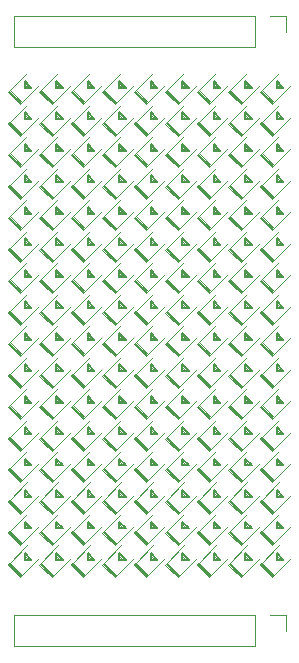
<source format=gbr>
G04 #@! TF.GenerationSoftware,KiCad,Pcbnew,(5.1.12-1-10_14)*
G04 #@! TF.CreationDate,2021-12-27T13:20:27-05:00*
G04 #@! TF.ProjectId,ledtrix,6c656474-7269-4782-9e6b-696361645f70,rev?*
G04 #@! TF.SameCoordinates,Original*
G04 #@! TF.FileFunction,Legend,Top*
G04 #@! TF.FilePolarity,Positive*
%FSLAX46Y46*%
G04 Gerber Fmt 4.6, Leading zero omitted, Abs format (unit mm)*
G04 Created by KiCad (PCBNEW (5.1.12-1-10_14)) date 2021-12-27 13:20:27*
%MOMM*%
%LPD*%
G01*
G04 APERTURE LIST*
%ADD10C,0.120000*%
%ADD11C,0.140000*%
%ADD12C,0.200000*%
G04 APERTURE END LIST*
D10*
G04 #@! TO.C,J2*
X178245000Y-107824990D02*
X178245000Y-110484990D01*
X198625000Y-107824990D02*
X178245000Y-107824990D01*
X198625000Y-110484990D02*
X178245000Y-110484990D01*
X198625000Y-107824990D02*
X198625000Y-110484990D01*
X199895000Y-107824990D02*
X201225000Y-107824990D01*
X201225000Y-107824990D02*
X201225000Y-109154990D01*
G04 #@! TO.C,J1*
X178245000Y-57094990D02*
X178245000Y-59754990D01*
X198625000Y-57094990D02*
X178245000Y-57094990D01*
X198625000Y-59754990D02*
X178245000Y-59754990D01*
X198625000Y-57094990D02*
X198625000Y-59754990D01*
X199895000Y-57094990D02*
X201225000Y-57094990D01*
X201225000Y-57094990D02*
X201225000Y-58424990D01*
G04 #@! TO.C,D9.1*
X179210000Y-63050000D02*
X179510000Y-63050000D01*
X179360000Y-63050000D02*
X179210000Y-63050000D01*
X179210000Y-62900000D02*
X179360000Y-63050000D01*
X177860000Y-63400000D02*
X178860000Y-64400000D01*
D11*
X177810000Y-63500000D02*
X178810000Y-64500000D01*
D12*
X179120849Y-63161192D02*
X179120849Y-62595506D01*
X179686534Y-63161192D02*
X179120849Y-63161192D01*
X179120849Y-62595506D02*
X179686534Y-63161192D01*
D10*
X179308232Y-61934361D02*
X177692493Y-63550100D01*
X177692493Y-63550100D02*
X178731940Y-64589547D01*
X178731940Y-64589547D02*
X180347679Y-62973808D01*
G04 #@! TO.C,D3.3*
X195210000Y-68383332D02*
X195510000Y-68383332D01*
X195360000Y-68383332D02*
X195210000Y-68383332D01*
X195210000Y-68233332D02*
X195360000Y-68383332D01*
X193860000Y-68733332D02*
X194860000Y-69733332D01*
D11*
X193810000Y-68833332D02*
X194810000Y-69833332D01*
D12*
X195120849Y-68494524D02*
X195120849Y-67928838D01*
X195686534Y-68494524D02*
X195120849Y-68494524D01*
X195120849Y-67928838D02*
X195686534Y-68494524D01*
D10*
X195308232Y-67267693D02*
X193692493Y-68883432D01*
X193692493Y-68883432D02*
X194731940Y-69922879D01*
X194731940Y-69922879D02*
X196347679Y-68307140D01*
G04 #@! TO.C,D9.14*
X179210000Y-97716658D02*
X179510000Y-97716658D01*
X179360000Y-97716658D02*
X179210000Y-97716658D01*
X179210000Y-97566658D02*
X179360000Y-97716658D01*
X177860000Y-98066658D02*
X178860000Y-99066658D01*
D11*
X177810000Y-98166658D02*
X178810000Y-99166658D01*
D12*
X179120849Y-97827850D02*
X179120849Y-97262164D01*
X179686534Y-97827850D02*
X179120849Y-97827850D01*
X179120849Y-97262164D02*
X179686534Y-97827850D01*
D10*
X179308232Y-96601019D02*
X177692493Y-98216758D01*
X177692493Y-98216758D02*
X178731940Y-99256205D01*
X178731940Y-99256205D02*
X180347679Y-97640466D01*
G04 #@! TO.C,D9.13*
X179210000Y-95049992D02*
X179510000Y-95049992D01*
X179360000Y-95049992D02*
X179210000Y-95049992D01*
X179210000Y-94899992D02*
X179360000Y-95049992D01*
X177860000Y-95399992D02*
X178860000Y-96399992D01*
D11*
X177810000Y-95499992D02*
X178810000Y-96499992D01*
D12*
X179120849Y-95161184D02*
X179120849Y-94595498D01*
X179686534Y-95161184D02*
X179120849Y-95161184D01*
X179120849Y-94595498D02*
X179686534Y-95161184D01*
D10*
X179308232Y-93934353D02*
X177692493Y-95550092D01*
X177692493Y-95550092D02*
X178731940Y-96589539D01*
X178731940Y-96589539D02*
X180347679Y-94973800D01*
G04 #@! TO.C,D9.12*
X179210000Y-92383326D02*
X179510000Y-92383326D01*
X179360000Y-92383326D02*
X179210000Y-92383326D01*
X179210000Y-92233326D02*
X179360000Y-92383326D01*
X177860000Y-92733326D02*
X178860000Y-93733326D01*
D11*
X177810000Y-92833326D02*
X178810000Y-93833326D01*
D12*
X179120849Y-92494518D02*
X179120849Y-91928832D01*
X179686534Y-92494518D02*
X179120849Y-92494518D01*
X179120849Y-91928832D02*
X179686534Y-92494518D01*
D10*
X179308232Y-91267687D02*
X177692493Y-92883426D01*
X177692493Y-92883426D02*
X178731940Y-93922873D01*
X178731940Y-93922873D02*
X180347679Y-92307134D01*
G04 #@! TO.C,D9.2*
X179210000Y-65716666D02*
X179510000Y-65716666D01*
X179360000Y-65716666D02*
X179210000Y-65716666D01*
X179210000Y-65566666D02*
X179360000Y-65716666D01*
X177860000Y-66066666D02*
X178860000Y-67066666D01*
D11*
X177810000Y-66166666D02*
X178810000Y-67166666D01*
D12*
X179120849Y-65827858D02*
X179120849Y-65262172D01*
X179686534Y-65827858D02*
X179120849Y-65827858D01*
X179120849Y-65262172D02*
X179686534Y-65827858D01*
D10*
X179308232Y-64601027D02*
X177692493Y-66216766D01*
X177692493Y-66216766D02*
X178731940Y-67256213D01*
X178731940Y-67256213D02*
X180347679Y-65640474D01*
G04 #@! TO.C,D9.3*
X179210000Y-68383332D02*
X179510000Y-68383332D01*
X179360000Y-68383332D02*
X179210000Y-68383332D01*
X179210000Y-68233332D02*
X179360000Y-68383332D01*
X177860000Y-68733332D02*
X178860000Y-69733332D01*
D11*
X177810000Y-68833332D02*
X178810000Y-69833332D01*
D12*
X179120849Y-68494524D02*
X179120849Y-67928838D01*
X179686534Y-68494524D02*
X179120849Y-68494524D01*
X179120849Y-67928838D02*
X179686534Y-68494524D01*
D10*
X179308232Y-67267693D02*
X177692493Y-68883432D01*
X177692493Y-68883432D02*
X178731940Y-69922879D01*
X178731940Y-69922879D02*
X180347679Y-68307140D01*
G04 #@! TO.C,D9.4*
X179210000Y-71049998D02*
X179510000Y-71049998D01*
X179360000Y-71049998D02*
X179210000Y-71049998D01*
X179210000Y-70899998D02*
X179360000Y-71049998D01*
X177860000Y-71399998D02*
X178860000Y-72399998D01*
D11*
X177810000Y-71499998D02*
X178810000Y-72499998D01*
D12*
X179120849Y-71161190D02*
X179120849Y-70595504D01*
X179686534Y-71161190D02*
X179120849Y-71161190D01*
X179120849Y-70595504D02*
X179686534Y-71161190D01*
D10*
X179308232Y-69934359D02*
X177692493Y-71550098D01*
X177692493Y-71550098D02*
X178731940Y-72589545D01*
X178731940Y-72589545D02*
X180347679Y-70973806D01*
G04 #@! TO.C,D9.5*
X179210000Y-73716664D02*
X179510000Y-73716664D01*
X179360000Y-73716664D02*
X179210000Y-73716664D01*
X179210000Y-73566664D02*
X179360000Y-73716664D01*
X177860000Y-74066664D02*
X178860000Y-75066664D01*
D11*
X177810000Y-74166664D02*
X178810000Y-75166664D01*
D12*
X179120849Y-73827856D02*
X179120849Y-73262170D01*
X179686534Y-73827856D02*
X179120849Y-73827856D01*
X179120849Y-73262170D02*
X179686534Y-73827856D01*
D10*
X179308232Y-72601025D02*
X177692493Y-74216764D01*
X177692493Y-74216764D02*
X178731940Y-75256211D01*
X178731940Y-75256211D02*
X180347679Y-73640472D01*
G04 #@! TO.C,D9.15*
X179210000Y-100383324D02*
X179510000Y-100383324D01*
X179360000Y-100383324D02*
X179210000Y-100383324D01*
X179210000Y-100233324D02*
X179360000Y-100383324D01*
X177860000Y-100733324D02*
X178860000Y-101733324D01*
D11*
X177810000Y-100833324D02*
X178810000Y-101833324D01*
D12*
X179120849Y-100494516D02*
X179120849Y-99928830D01*
X179686534Y-100494516D02*
X179120849Y-100494516D01*
X179120849Y-99928830D02*
X179686534Y-100494516D01*
D10*
X179308232Y-99267685D02*
X177692493Y-100883424D01*
X177692493Y-100883424D02*
X178731940Y-101922871D01*
X178731940Y-101922871D02*
X180347679Y-100307132D01*
G04 #@! TO.C,D9.6*
X179210000Y-76383330D02*
X179510000Y-76383330D01*
X179360000Y-76383330D02*
X179210000Y-76383330D01*
X179210000Y-76233330D02*
X179360000Y-76383330D01*
X177860000Y-76733330D02*
X178860000Y-77733330D01*
D11*
X177810000Y-76833330D02*
X178810000Y-77833330D01*
D12*
X179120849Y-76494522D02*
X179120849Y-75928836D01*
X179686534Y-76494522D02*
X179120849Y-76494522D01*
X179120849Y-75928836D02*
X179686534Y-76494522D01*
D10*
X179308232Y-75267691D02*
X177692493Y-76883430D01*
X177692493Y-76883430D02*
X178731940Y-77922877D01*
X178731940Y-77922877D02*
X180347679Y-76307138D01*
G04 #@! TO.C,D9.7*
X179210000Y-79049996D02*
X179510000Y-79049996D01*
X179360000Y-79049996D02*
X179210000Y-79049996D01*
X179210000Y-78899996D02*
X179360000Y-79049996D01*
X177860000Y-79399996D02*
X178860000Y-80399996D01*
D11*
X177810000Y-79499996D02*
X178810000Y-80499996D01*
D12*
X179120849Y-79161188D02*
X179120849Y-78595502D01*
X179686534Y-79161188D02*
X179120849Y-79161188D01*
X179120849Y-78595502D02*
X179686534Y-79161188D01*
D10*
X179308232Y-77934357D02*
X177692493Y-79550096D01*
X177692493Y-79550096D02*
X178731940Y-80589543D01*
X178731940Y-80589543D02*
X180347679Y-78973804D01*
G04 #@! TO.C,D9.8*
X179210000Y-81716662D02*
X179510000Y-81716662D01*
X179360000Y-81716662D02*
X179210000Y-81716662D01*
X179210000Y-81566662D02*
X179360000Y-81716662D01*
X177860000Y-82066662D02*
X178860000Y-83066662D01*
D11*
X177810000Y-82166662D02*
X178810000Y-83166662D01*
D12*
X179120849Y-81827854D02*
X179120849Y-81262168D01*
X179686534Y-81827854D02*
X179120849Y-81827854D01*
X179120849Y-81262168D02*
X179686534Y-81827854D01*
D10*
X179308232Y-80601023D02*
X177692493Y-82216762D01*
X177692493Y-82216762D02*
X178731940Y-83256209D01*
X178731940Y-83256209D02*
X180347679Y-81640470D01*
G04 #@! TO.C,D9.9*
X179210000Y-84383328D02*
X179510000Y-84383328D01*
X179360000Y-84383328D02*
X179210000Y-84383328D01*
X179210000Y-84233328D02*
X179360000Y-84383328D01*
X177860000Y-84733328D02*
X178860000Y-85733328D01*
D11*
X177810000Y-84833328D02*
X178810000Y-85833328D01*
D12*
X179120849Y-84494520D02*
X179120849Y-83928834D01*
X179686534Y-84494520D02*
X179120849Y-84494520D01*
X179120849Y-83928834D02*
X179686534Y-84494520D01*
D10*
X179308232Y-83267689D02*
X177692493Y-84883428D01*
X177692493Y-84883428D02*
X178731940Y-85922875D01*
X178731940Y-85922875D02*
X180347679Y-84307136D01*
G04 #@! TO.C,D9.10*
X179210000Y-87049994D02*
X179510000Y-87049994D01*
X179360000Y-87049994D02*
X179210000Y-87049994D01*
X179210000Y-86899994D02*
X179360000Y-87049994D01*
X177860000Y-87399994D02*
X178860000Y-88399994D01*
D11*
X177810000Y-87499994D02*
X178810000Y-88499994D01*
D12*
X179120849Y-87161186D02*
X179120849Y-86595500D01*
X179686534Y-87161186D02*
X179120849Y-87161186D01*
X179120849Y-86595500D02*
X179686534Y-87161186D01*
D10*
X179308232Y-85934355D02*
X177692493Y-87550094D01*
X177692493Y-87550094D02*
X178731940Y-88589541D01*
X178731940Y-88589541D02*
X180347679Y-86973802D01*
G04 #@! TO.C,D9.11*
X179210000Y-89716660D02*
X179510000Y-89716660D01*
X179360000Y-89716660D02*
X179210000Y-89716660D01*
X179210000Y-89566660D02*
X179360000Y-89716660D01*
X177860000Y-90066660D02*
X178860000Y-91066660D01*
D11*
X177810000Y-90166660D02*
X178810000Y-91166660D01*
D12*
X179120849Y-89827852D02*
X179120849Y-89262166D01*
X179686534Y-89827852D02*
X179120849Y-89827852D01*
X179120849Y-89262166D02*
X179686534Y-89827852D01*
D10*
X179308232Y-88601021D02*
X177692493Y-90216760D01*
X177692493Y-90216760D02*
X178731940Y-91256207D01*
X178731940Y-91256207D02*
X180347679Y-89640468D01*
G04 #@! TO.C,D9.16*
X179210000Y-103049990D02*
X179510000Y-103049990D01*
X179360000Y-103049990D02*
X179210000Y-103049990D01*
X179210000Y-102899990D02*
X179360000Y-103049990D01*
X177860000Y-103399990D02*
X178860000Y-104399990D01*
D11*
X177810000Y-103499990D02*
X178810000Y-104499990D01*
D12*
X179120849Y-103161182D02*
X179120849Y-102595496D01*
X179686534Y-103161182D02*
X179120849Y-103161182D01*
X179120849Y-102595496D02*
X179686534Y-103161182D01*
D10*
X179308232Y-101934351D02*
X177692493Y-103550090D01*
X177692493Y-103550090D02*
X178731940Y-104589537D01*
X178731940Y-104589537D02*
X180347679Y-102973798D01*
G04 #@! TO.C,D8.14*
X181880000Y-97716658D02*
X182180000Y-97716658D01*
X182030000Y-97716658D02*
X181880000Y-97716658D01*
X181880000Y-97566658D02*
X182030000Y-97716658D01*
X180530000Y-98066658D02*
X181530000Y-99066658D01*
D11*
X180480000Y-98166658D02*
X181480000Y-99166658D01*
D12*
X181790849Y-97827850D02*
X181790849Y-97262164D01*
X182356534Y-97827850D02*
X181790849Y-97827850D01*
X181790849Y-97262164D02*
X182356534Y-97827850D01*
D10*
X181978232Y-96601019D02*
X180362493Y-98216758D01*
X180362493Y-98216758D02*
X181401940Y-99256205D01*
X181401940Y-99256205D02*
X183017679Y-97640466D01*
G04 #@! TO.C,D8.13*
X181880000Y-95049992D02*
X182180000Y-95049992D01*
X182030000Y-95049992D02*
X181880000Y-95049992D01*
X181880000Y-94899992D02*
X182030000Y-95049992D01*
X180530000Y-95399992D02*
X181530000Y-96399992D01*
D11*
X180480000Y-95499992D02*
X181480000Y-96499992D01*
D12*
X181790849Y-95161184D02*
X181790849Y-94595498D01*
X182356534Y-95161184D02*
X181790849Y-95161184D01*
X181790849Y-94595498D02*
X182356534Y-95161184D01*
D10*
X181978232Y-93934353D02*
X180362493Y-95550092D01*
X180362493Y-95550092D02*
X181401940Y-96589539D01*
X181401940Y-96589539D02*
X183017679Y-94973800D01*
G04 #@! TO.C,D8.12*
X181880000Y-92383326D02*
X182180000Y-92383326D01*
X182030000Y-92383326D02*
X181880000Y-92383326D01*
X181880000Y-92233326D02*
X182030000Y-92383326D01*
X180530000Y-92733326D02*
X181530000Y-93733326D01*
D11*
X180480000Y-92833326D02*
X181480000Y-93833326D01*
D12*
X181790849Y-92494518D02*
X181790849Y-91928832D01*
X182356534Y-92494518D02*
X181790849Y-92494518D01*
X181790849Y-91928832D02*
X182356534Y-92494518D01*
D10*
X181978232Y-91267687D02*
X180362493Y-92883426D01*
X180362493Y-92883426D02*
X181401940Y-93922873D01*
X181401940Y-93922873D02*
X183017679Y-92307134D01*
G04 #@! TO.C,D8.1*
X181880000Y-63050000D02*
X182180000Y-63050000D01*
X182030000Y-63050000D02*
X181880000Y-63050000D01*
X181880000Y-62900000D02*
X182030000Y-63050000D01*
X180530000Y-63400000D02*
X181530000Y-64400000D01*
D11*
X180480000Y-63500000D02*
X181480000Y-64500000D01*
D12*
X181790849Y-63161192D02*
X181790849Y-62595506D01*
X182356534Y-63161192D02*
X181790849Y-63161192D01*
X181790849Y-62595506D02*
X182356534Y-63161192D01*
D10*
X181978232Y-61934361D02*
X180362493Y-63550100D01*
X180362493Y-63550100D02*
X181401940Y-64589547D01*
X181401940Y-64589547D02*
X183017679Y-62973808D01*
G04 #@! TO.C,D8.2*
X181880000Y-65716666D02*
X182180000Y-65716666D01*
X182030000Y-65716666D02*
X181880000Y-65716666D01*
X181880000Y-65566666D02*
X182030000Y-65716666D01*
X180530000Y-66066666D02*
X181530000Y-67066666D01*
D11*
X180480000Y-66166666D02*
X181480000Y-67166666D01*
D12*
X181790849Y-65827858D02*
X181790849Y-65262172D01*
X182356534Y-65827858D02*
X181790849Y-65827858D01*
X181790849Y-65262172D02*
X182356534Y-65827858D01*
D10*
X181978232Y-64601027D02*
X180362493Y-66216766D01*
X180362493Y-66216766D02*
X181401940Y-67256213D01*
X181401940Y-67256213D02*
X183017679Y-65640474D01*
G04 #@! TO.C,D8.3*
X181880000Y-68383332D02*
X182180000Y-68383332D01*
X182030000Y-68383332D02*
X181880000Y-68383332D01*
X181880000Y-68233332D02*
X182030000Y-68383332D01*
X180530000Y-68733332D02*
X181530000Y-69733332D01*
D11*
X180480000Y-68833332D02*
X181480000Y-69833332D01*
D12*
X181790849Y-68494524D02*
X181790849Y-67928838D01*
X182356534Y-68494524D02*
X181790849Y-68494524D01*
X181790849Y-67928838D02*
X182356534Y-68494524D01*
D10*
X181978232Y-67267693D02*
X180362493Y-68883432D01*
X180362493Y-68883432D02*
X181401940Y-69922879D01*
X181401940Y-69922879D02*
X183017679Y-68307140D01*
G04 #@! TO.C,D8.4*
X181880000Y-71049998D02*
X182180000Y-71049998D01*
X182030000Y-71049998D02*
X181880000Y-71049998D01*
X181880000Y-70899998D02*
X182030000Y-71049998D01*
X180530000Y-71399998D02*
X181530000Y-72399998D01*
D11*
X180480000Y-71499998D02*
X181480000Y-72499998D01*
D12*
X181790849Y-71161190D02*
X181790849Y-70595504D01*
X182356534Y-71161190D02*
X181790849Y-71161190D01*
X181790849Y-70595504D02*
X182356534Y-71161190D01*
D10*
X181978232Y-69934359D02*
X180362493Y-71550098D01*
X180362493Y-71550098D02*
X181401940Y-72589545D01*
X181401940Y-72589545D02*
X183017679Y-70973806D01*
G04 #@! TO.C,D8.5*
X181880000Y-73716664D02*
X182180000Y-73716664D01*
X182030000Y-73716664D02*
X181880000Y-73716664D01*
X181880000Y-73566664D02*
X182030000Y-73716664D01*
X180530000Y-74066664D02*
X181530000Y-75066664D01*
D11*
X180480000Y-74166664D02*
X181480000Y-75166664D01*
D12*
X181790849Y-73827856D02*
X181790849Y-73262170D01*
X182356534Y-73827856D02*
X181790849Y-73827856D01*
X181790849Y-73262170D02*
X182356534Y-73827856D01*
D10*
X181978232Y-72601025D02*
X180362493Y-74216764D01*
X180362493Y-74216764D02*
X181401940Y-75256211D01*
X181401940Y-75256211D02*
X183017679Y-73640472D01*
G04 #@! TO.C,D8.15*
X181880000Y-100383324D02*
X182180000Y-100383324D01*
X182030000Y-100383324D02*
X181880000Y-100383324D01*
X181880000Y-100233324D02*
X182030000Y-100383324D01*
X180530000Y-100733324D02*
X181530000Y-101733324D01*
D11*
X180480000Y-100833324D02*
X181480000Y-101833324D01*
D12*
X181790849Y-100494516D02*
X181790849Y-99928830D01*
X182356534Y-100494516D02*
X181790849Y-100494516D01*
X181790849Y-99928830D02*
X182356534Y-100494516D01*
D10*
X181978232Y-99267685D02*
X180362493Y-100883424D01*
X180362493Y-100883424D02*
X181401940Y-101922871D01*
X181401940Y-101922871D02*
X183017679Y-100307132D01*
G04 #@! TO.C,D8.6*
X181880000Y-76383330D02*
X182180000Y-76383330D01*
X182030000Y-76383330D02*
X181880000Y-76383330D01*
X181880000Y-76233330D02*
X182030000Y-76383330D01*
X180530000Y-76733330D02*
X181530000Y-77733330D01*
D11*
X180480000Y-76833330D02*
X181480000Y-77833330D01*
D12*
X181790849Y-76494522D02*
X181790849Y-75928836D01*
X182356534Y-76494522D02*
X181790849Y-76494522D01*
X181790849Y-75928836D02*
X182356534Y-76494522D01*
D10*
X181978232Y-75267691D02*
X180362493Y-76883430D01*
X180362493Y-76883430D02*
X181401940Y-77922877D01*
X181401940Y-77922877D02*
X183017679Y-76307138D01*
G04 #@! TO.C,D8.7*
X181880000Y-79049996D02*
X182180000Y-79049996D01*
X182030000Y-79049996D02*
X181880000Y-79049996D01*
X181880000Y-78899996D02*
X182030000Y-79049996D01*
X180530000Y-79399996D02*
X181530000Y-80399996D01*
D11*
X180480000Y-79499996D02*
X181480000Y-80499996D01*
D12*
X181790849Y-79161188D02*
X181790849Y-78595502D01*
X182356534Y-79161188D02*
X181790849Y-79161188D01*
X181790849Y-78595502D02*
X182356534Y-79161188D01*
D10*
X181978232Y-77934357D02*
X180362493Y-79550096D01*
X180362493Y-79550096D02*
X181401940Y-80589543D01*
X181401940Y-80589543D02*
X183017679Y-78973804D01*
G04 #@! TO.C,D8.8*
X181880000Y-81716662D02*
X182180000Y-81716662D01*
X182030000Y-81716662D02*
X181880000Y-81716662D01*
X181880000Y-81566662D02*
X182030000Y-81716662D01*
X180530000Y-82066662D02*
X181530000Y-83066662D01*
D11*
X180480000Y-82166662D02*
X181480000Y-83166662D01*
D12*
X181790849Y-81827854D02*
X181790849Y-81262168D01*
X182356534Y-81827854D02*
X181790849Y-81827854D01*
X181790849Y-81262168D02*
X182356534Y-81827854D01*
D10*
X181978232Y-80601023D02*
X180362493Y-82216762D01*
X180362493Y-82216762D02*
X181401940Y-83256209D01*
X181401940Y-83256209D02*
X183017679Y-81640470D01*
G04 #@! TO.C,D8.9*
X181880000Y-84383328D02*
X182180000Y-84383328D01*
X182030000Y-84383328D02*
X181880000Y-84383328D01*
X181880000Y-84233328D02*
X182030000Y-84383328D01*
X180530000Y-84733328D02*
X181530000Y-85733328D01*
D11*
X180480000Y-84833328D02*
X181480000Y-85833328D01*
D12*
X181790849Y-84494520D02*
X181790849Y-83928834D01*
X182356534Y-84494520D02*
X181790849Y-84494520D01*
X181790849Y-83928834D02*
X182356534Y-84494520D01*
D10*
X181978232Y-83267689D02*
X180362493Y-84883428D01*
X180362493Y-84883428D02*
X181401940Y-85922875D01*
X181401940Y-85922875D02*
X183017679Y-84307136D01*
G04 #@! TO.C,D8.10*
X181880000Y-87049994D02*
X182180000Y-87049994D01*
X182030000Y-87049994D02*
X181880000Y-87049994D01*
X181880000Y-86899994D02*
X182030000Y-87049994D01*
X180530000Y-87399994D02*
X181530000Y-88399994D01*
D11*
X180480000Y-87499994D02*
X181480000Y-88499994D01*
D12*
X181790849Y-87161186D02*
X181790849Y-86595500D01*
X182356534Y-87161186D02*
X181790849Y-87161186D01*
X181790849Y-86595500D02*
X182356534Y-87161186D01*
D10*
X181978232Y-85934355D02*
X180362493Y-87550094D01*
X180362493Y-87550094D02*
X181401940Y-88589541D01*
X181401940Y-88589541D02*
X183017679Y-86973802D01*
G04 #@! TO.C,D8.11*
X181880000Y-89716660D02*
X182180000Y-89716660D01*
X182030000Y-89716660D02*
X181880000Y-89716660D01*
X181880000Y-89566660D02*
X182030000Y-89716660D01*
X180530000Y-90066660D02*
X181530000Y-91066660D01*
D11*
X180480000Y-90166660D02*
X181480000Y-91166660D01*
D12*
X181790849Y-89827852D02*
X181790849Y-89262166D01*
X182356534Y-89827852D02*
X181790849Y-89827852D01*
X181790849Y-89262166D02*
X182356534Y-89827852D01*
D10*
X181978232Y-88601021D02*
X180362493Y-90216760D01*
X180362493Y-90216760D02*
X181401940Y-91256207D01*
X181401940Y-91256207D02*
X183017679Y-89640468D01*
G04 #@! TO.C,D8.16*
X181880000Y-103049990D02*
X182180000Y-103049990D01*
X182030000Y-103049990D02*
X181880000Y-103049990D01*
X181880000Y-102899990D02*
X182030000Y-103049990D01*
X180530000Y-103399990D02*
X181530000Y-104399990D01*
D11*
X180480000Y-103499990D02*
X181480000Y-104499990D01*
D12*
X181790849Y-103161182D02*
X181790849Y-102595496D01*
X182356534Y-103161182D02*
X181790849Y-103161182D01*
X181790849Y-102595496D02*
X182356534Y-103161182D01*
D10*
X181978232Y-101934351D02*
X180362493Y-103550090D01*
X180362493Y-103550090D02*
X181401940Y-104589537D01*
X181401940Y-104589537D02*
X183017679Y-102973798D01*
G04 #@! TO.C,D7.14*
X184550000Y-97716658D02*
X184850000Y-97716658D01*
X184700000Y-97716658D02*
X184550000Y-97716658D01*
X184550000Y-97566658D02*
X184700000Y-97716658D01*
X183200000Y-98066658D02*
X184200000Y-99066658D01*
D11*
X183150000Y-98166658D02*
X184150000Y-99166658D01*
D12*
X184460849Y-97827850D02*
X184460849Y-97262164D01*
X185026534Y-97827850D02*
X184460849Y-97827850D01*
X184460849Y-97262164D02*
X185026534Y-97827850D01*
D10*
X184648232Y-96601019D02*
X183032493Y-98216758D01*
X183032493Y-98216758D02*
X184071940Y-99256205D01*
X184071940Y-99256205D02*
X185687679Y-97640466D01*
G04 #@! TO.C,D7.13*
X184550000Y-95049992D02*
X184850000Y-95049992D01*
X184700000Y-95049992D02*
X184550000Y-95049992D01*
X184550000Y-94899992D02*
X184700000Y-95049992D01*
X183200000Y-95399992D02*
X184200000Y-96399992D01*
D11*
X183150000Y-95499992D02*
X184150000Y-96499992D01*
D12*
X184460849Y-95161184D02*
X184460849Y-94595498D01*
X185026534Y-95161184D02*
X184460849Y-95161184D01*
X184460849Y-94595498D02*
X185026534Y-95161184D01*
D10*
X184648232Y-93934353D02*
X183032493Y-95550092D01*
X183032493Y-95550092D02*
X184071940Y-96589539D01*
X184071940Y-96589539D02*
X185687679Y-94973800D01*
G04 #@! TO.C,D7.12*
X184550000Y-92383326D02*
X184850000Y-92383326D01*
X184700000Y-92383326D02*
X184550000Y-92383326D01*
X184550000Y-92233326D02*
X184700000Y-92383326D01*
X183200000Y-92733326D02*
X184200000Y-93733326D01*
D11*
X183150000Y-92833326D02*
X184150000Y-93833326D01*
D12*
X184460849Y-92494518D02*
X184460849Y-91928832D01*
X185026534Y-92494518D02*
X184460849Y-92494518D01*
X184460849Y-91928832D02*
X185026534Y-92494518D01*
D10*
X184648232Y-91267687D02*
X183032493Y-92883426D01*
X183032493Y-92883426D02*
X184071940Y-93922873D01*
X184071940Y-93922873D02*
X185687679Y-92307134D01*
G04 #@! TO.C,D7.1*
X184550000Y-63050000D02*
X184850000Y-63050000D01*
X184700000Y-63050000D02*
X184550000Y-63050000D01*
X184550000Y-62900000D02*
X184700000Y-63050000D01*
X183200000Y-63400000D02*
X184200000Y-64400000D01*
D11*
X183150000Y-63500000D02*
X184150000Y-64500000D01*
D12*
X184460849Y-63161192D02*
X184460849Y-62595506D01*
X185026534Y-63161192D02*
X184460849Y-63161192D01*
X184460849Y-62595506D02*
X185026534Y-63161192D01*
D10*
X184648232Y-61934361D02*
X183032493Y-63550100D01*
X183032493Y-63550100D02*
X184071940Y-64589547D01*
X184071940Y-64589547D02*
X185687679Y-62973808D01*
G04 #@! TO.C,D7.2*
X184550000Y-65716666D02*
X184850000Y-65716666D01*
X184700000Y-65716666D02*
X184550000Y-65716666D01*
X184550000Y-65566666D02*
X184700000Y-65716666D01*
X183200000Y-66066666D02*
X184200000Y-67066666D01*
D11*
X183150000Y-66166666D02*
X184150000Y-67166666D01*
D12*
X184460849Y-65827858D02*
X184460849Y-65262172D01*
X185026534Y-65827858D02*
X184460849Y-65827858D01*
X184460849Y-65262172D02*
X185026534Y-65827858D01*
D10*
X184648232Y-64601027D02*
X183032493Y-66216766D01*
X183032493Y-66216766D02*
X184071940Y-67256213D01*
X184071940Y-67256213D02*
X185687679Y-65640474D01*
G04 #@! TO.C,D7.3*
X184550000Y-68383332D02*
X184850000Y-68383332D01*
X184700000Y-68383332D02*
X184550000Y-68383332D01*
X184550000Y-68233332D02*
X184700000Y-68383332D01*
X183200000Y-68733332D02*
X184200000Y-69733332D01*
D11*
X183150000Y-68833332D02*
X184150000Y-69833332D01*
D12*
X184460849Y-68494524D02*
X184460849Y-67928838D01*
X185026534Y-68494524D02*
X184460849Y-68494524D01*
X184460849Y-67928838D02*
X185026534Y-68494524D01*
D10*
X184648232Y-67267693D02*
X183032493Y-68883432D01*
X183032493Y-68883432D02*
X184071940Y-69922879D01*
X184071940Y-69922879D02*
X185687679Y-68307140D01*
G04 #@! TO.C,D7.4*
X184550000Y-71049998D02*
X184850000Y-71049998D01*
X184700000Y-71049998D02*
X184550000Y-71049998D01*
X184550000Y-70899998D02*
X184700000Y-71049998D01*
X183200000Y-71399998D02*
X184200000Y-72399998D01*
D11*
X183150000Y-71499998D02*
X184150000Y-72499998D01*
D12*
X184460849Y-71161190D02*
X184460849Y-70595504D01*
X185026534Y-71161190D02*
X184460849Y-71161190D01*
X184460849Y-70595504D02*
X185026534Y-71161190D01*
D10*
X184648232Y-69934359D02*
X183032493Y-71550098D01*
X183032493Y-71550098D02*
X184071940Y-72589545D01*
X184071940Y-72589545D02*
X185687679Y-70973806D01*
G04 #@! TO.C,D7.5*
X184550000Y-73716664D02*
X184850000Y-73716664D01*
X184700000Y-73716664D02*
X184550000Y-73716664D01*
X184550000Y-73566664D02*
X184700000Y-73716664D01*
X183200000Y-74066664D02*
X184200000Y-75066664D01*
D11*
X183150000Y-74166664D02*
X184150000Y-75166664D01*
D12*
X184460849Y-73827856D02*
X184460849Y-73262170D01*
X185026534Y-73827856D02*
X184460849Y-73827856D01*
X184460849Y-73262170D02*
X185026534Y-73827856D01*
D10*
X184648232Y-72601025D02*
X183032493Y-74216764D01*
X183032493Y-74216764D02*
X184071940Y-75256211D01*
X184071940Y-75256211D02*
X185687679Y-73640472D01*
G04 #@! TO.C,D7.15*
X184550000Y-100383324D02*
X184850000Y-100383324D01*
X184700000Y-100383324D02*
X184550000Y-100383324D01*
X184550000Y-100233324D02*
X184700000Y-100383324D01*
X183200000Y-100733324D02*
X184200000Y-101733324D01*
D11*
X183150000Y-100833324D02*
X184150000Y-101833324D01*
D12*
X184460849Y-100494516D02*
X184460849Y-99928830D01*
X185026534Y-100494516D02*
X184460849Y-100494516D01*
X184460849Y-99928830D02*
X185026534Y-100494516D01*
D10*
X184648232Y-99267685D02*
X183032493Y-100883424D01*
X183032493Y-100883424D02*
X184071940Y-101922871D01*
X184071940Y-101922871D02*
X185687679Y-100307132D01*
G04 #@! TO.C,D7.6*
X184550000Y-76383330D02*
X184850000Y-76383330D01*
X184700000Y-76383330D02*
X184550000Y-76383330D01*
X184550000Y-76233330D02*
X184700000Y-76383330D01*
X183200000Y-76733330D02*
X184200000Y-77733330D01*
D11*
X183150000Y-76833330D02*
X184150000Y-77833330D01*
D12*
X184460849Y-76494522D02*
X184460849Y-75928836D01*
X185026534Y-76494522D02*
X184460849Y-76494522D01*
X184460849Y-75928836D02*
X185026534Y-76494522D01*
D10*
X184648232Y-75267691D02*
X183032493Y-76883430D01*
X183032493Y-76883430D02*
X184071940Y-77922877D01*
X184071940Y-77922877D02*
X185687679Y-76307138D01*
G04 #@! TO.C,D7.7*
X184550000Y-79049996D02*
X184850000Y-79049996D01*
X184700000Y-79049996D02*
X184550000Y-79049996D01*
X184550000Y-78899996D02*
X184700000Y-79049996D01*
X183200000Y-79399996D02*
X184200000Y-80399996D01*
D11*
X183150000Y-79499996D02*
X184150000Y-80499996D01*
D12*
X184460849Y-79161188D02*
X184460849Y-78595502D01*
X185026534Y-79161188D02*
X184460849Y-79161188D01*
X184460849Y-78595502D02*
X185026534Y-79161188D01*
D10*
X184648232Y-77934357D02*
X183032493Y-79550096D01*
X183032493Y-79550096D02*
X184071940Y-80589543D01*
X184071940Y-80589543D02*
X185687679Y-78973804D01*
G04 #@! TO.C,D7.8*
X184550000Y-81716662D02*
X184850000Y-81716662D01*
X184700000Y-81716662D02*
X184550000Y-81716662D01*
X184550000Y-81566662D02*
X184700000Y-81716662D01*
X183200000Y-82066662D02*
X184200000Y-83066662D01*
D11*
X183150000Y-82166662D02*
X184150000Y-83166662D01*
D12*
X184460849Y-81827854D02*
X184460849Y-81262168D01*
X185026534Y-81827854D02*
X184460849Y-81827854D01*
X184460849Y-81262168D02*
X185026534Y-81827854D01*
D10*
X184648232Y-80601023D02*
X183032493Y-82216762D01*
X183032493Y-82216762D02*
X184071940Y-83256209D01*
X184071940Y-83256209D02*
X185687679Y-81640470D01*
G04 #@! TO.C,D7.9*
X184550000Y-84383328D02*
X184850000Y-84383328D01*
X184700000Y-84383328D02*
X184550000Y-84383328D01*
X184550000Y-84233328D02*
X184700000Y-84383328D01*
X183200000Y-84733328D02*
X184200000Y-85733328D01*
D11*
X183150000Y-84833328D02*
X184150000Y-85833328D01*
D12*
X184460849Y-84494520D02*
X184460849Y-83928834D01*
X185026534Y-84494520D02*
X184460849Y-84494520D01*
X184460849Y-83928834D02*
X185026534Y-84494520D01*
D10*
X184648232Y-83267689D02*
X183032493Y-84883428D01*
X183032493Y-84883428D02*
X184071940Y-85922875D01*
X184071940Y-85922875D02*
X185687679Y-84307136D01*
G04 #@! TO.C,D7.10*
X184550000Y-87049994D02*
X184850000Y-87049994D01*
X184700000Y-87049994D02*
X184550000Y-87049994D01*
X184550000Y-86899994D02*
X184700000Y-87049994D01*
X183200000Y-87399994D02*
X184200000Y-88399994D01*
D11*
X183150000Y-87499994D02*
X184150000Y-88499994D01*
D12*
X184460849Y-87161186D02*
X184460849Y-86595500D01*
X185026534Y-87161186D02*
X184460849Y-87161186D01*
X184460849Y-86595500D02*
X185026534Y-87161186D01*
D10*
X184648232Y-85934355D02*
X183032493Y-87550094D01*
X183032493Y-87550094D02*
X184071940Y-88589541D01*
X184071940Y-88589541D02*
X185687679Y-86973802D01*
G04 #@! TO.C,D7.11*
X184550000Y-89716660D02*
X184850000Y-89716660D01*
X184700000Y-89716660D02*
X184550000Y-89716660D01*
X184550000Y-89566660D02*
X184700000Y-89716660D01*
X183200000Y-90066660D02*
X184200000Y-91066660D01*
D11*
X183150000Y-90166660D02*
X184150000Y-91166660D01*
D12*
X184460849Y-89827852D02*
X184460849Y-89262166D01*
X185026534Y-89827852D02*
X184460849Y-89827852D01*
X184460849Y-89262166D02*
X185026534Y-89827852D01*
D10*
X184648232Y-88601021D02*
X183032493Y-90216760D01*
X183032493Y-90216760D02*
X184071940Y-91256207D01*
X184071940Y-91256207D02*
X185687679Y-89640468D01*
G04 #@! TO.C,D7.16*
X184550000Y-103049990D02*
X184850000Y-103049990D01*
X184700000Y-103049990D02*
X184550000Y-103049990D01*
X184550000Y-102899990D02*
X184700000Y-103049990D01*
X183200000Y-103399990D02*
X184200000Y-104399990D01*
D11*
X183150000Y-103499990D02*
X184150000Y-104499990D01*
D12*
X184460849Y-103161182D02*
X184460849Y-102595496D01*
X185026534Y-103161182D02*
X184460849Y-103161182D01*
X184460849Y-102595496D02*
X185026534Y-103161182D01*
D10*
X184648232Y-101934351D02*
X183032493Y-103550090D01*
X183032493Y-103550090D02*
X184071940Y-104589537D01*
X184071940Y-104589537D02*
X185687679Y-102973798D01*
G04 #@! TO.C,D6.14*
X187210000Y-97716658D02*
X187510000Y-97716658D01*
X187360000Y-97716658D02*
X187210000Y-97716658D01*
X187210000Y-97566658D02*
X187360000Y-97716658D01*
X185860000Y-98066658D02*
X186860000Y-99066658D01*
D11*
X185810000Y-98166658D02*
X186810000Y-99166658D01*
D12*
X187120849Y-97827850D02*
X187120849Y-97262164D01*
X187686534Y-97827850D02*
X187120849Y-97827850D01*
X187120849Y-97262164D02*
X187686534Y-97827850D01*
D10*
X187308232Y-96601019D02*
X185692493Y-98216758D01*
X185692493Y-98216758D02*
X186731940Y-99256205D01*
X186731940Y-99256205D02*
X188347679Y-97640466D01*
G04 #@! TO.C,D6.13*
X187210000Y-95049992D02*
X187510000Y-95049992D01*
X187360000Y-95049992D02*
X187210000Y-95049992D01*
X187210000Y-94899992D02*
X187360000Y-95049992D01*
X185860000Y-95399992D02*
X186860000Y-96399992D01*
D11*
X185810000Y-95499992D02*
X186810000Y-96499992D01*
D12*
X187120849Y-95161184D02*
X187120849Y-94595498D01*
X187686534Y-95161184D02*
X187120849Y-95161184D01*
X187120849Y-94595498D02*
X187686534Y-95161184D01*
D10*
X187308232Y-93934353D02*
X185692493Y-95550092D01*
X185692493Y-95550092D02*
X186731940Y-96589539D01*
X186731940Y-96589539D02*
X188347679Y-94973800D01*
G04 #@! TO.C,D6.12*
X187210000Y-92383326D02*
X187510000Y-92383326D01*
X187360000Y-92383326D02*
X187210000Y-92383326D01*
X187210000Y-92233326D02*
X187360000Y-92383326D01*
X185860000Y-92733326D02*
X186860000Y-93733326D01*
D11*
X185810000Y-92833326D02*
X186810000Y-93833326D01*
D12*
X187120849Y-92494518D02*
X187120849Y-91928832D01*
X187686534Y-92494518D02*
X187120849Y-92494518D01*
X187120849Y-91928832D02*
X187686534Y-92494518D01*
D10*
X187308232Y-91267687D02*
X185692493Y-92883426D01*
X185692493Y-92883426D02*
X186731940Y-93922873D01*
X186731940Y-93922873D02*
X188347679Y-92307134D01*
G04 #@! TO.C,D6.1*
X187210000Y-63050000D02*
X187510000Y-63050000D01*
X187360000Y-63050000D02*
X187210000Y-63050000D01*
X187210000Y-62900000D02*
X187360000Y-63050000D01*
X185860000Y-63400000D02*
X186860000Y-64400000D01*
D11*
X185810000Y-63500000D02*
X186810000Y-64500000D01*
D12*
X187120849Y-63161192D02*
X187120849Y-62595506D01*
X187686534Y-63161192D02*
X187120849Y-63161192D01*
X187120849Y-62595506D02*
X187686534Y-63161192D01*
D10*
X187308232Y-61934361D02*
X185692493Y-63550100D01*
X185692493Y-63550100D02*
X186731940Y-64589547D01*
X186731940Y-64589547D02*
X188347679Y-62973808D01*
G04 #@! TO.C,D6.2*
X187210000Y-65716666D02*
X187510000Y-65716666D01*
X187360000Y-65716666D02*
X187210000Y-65716666D01*
X187210000Y-65566666D02*
X187360000Y-65716666D01*
X185860000Y-66066666D02*
X186860000Y-67066666D01*
D11*
X185810000Y-66166666D02*
X186810000Y-67166666D01*
D12*
X187120849Y-65827858D02*
X187120849Y-65262172D01*
X187686534Y-65827858D02*
X187120849Y-65827858D01*
X187120849Y-65262172D02*
X187686534Y-65827858D01*
D10*
X187308232Y-64601027D02*
X185692493Y-66216766D01*
X185692493Y-66216766D02*
X186731940Y-67256213D01*
X186731940Y-67256213D02*
X188347679Y-65640474D01*
G04 #@! TO.C,D6.3*
X187210000Y-68383332D02*
X187510000Y-68383332D01*
X187360000Y-68383332D02*
X187210000Y-68383332D01*
X187210000Y-68233332D02*
X187360000Y-68383332D01*
X185860000Y-68733332D02*
X186860000Y-69733332D01*
D11*
X185810000Y-68833332D02*
X186810000Y-69833332D01*
D12*
X187120849Y-68494524D02*
X187120849Y-67928838D01*
X187686534Y-68494524D02*
X187120849Y-68494524D01*
X187120849Y-67928838D02*
X187686534Y-68494524D01*
D10*
X187308232Y-67267693D02*
X185692493Y-68883432D01*
X185692493Y-68883432D02*
X186731940Y-69922879D01*
X186731940Y-69922879D02*
X188347679Y-68307140D01*
G04 #@! TO.C,D6.4*
X187210000Y-71049998D02*
X187510000Y-71049998D01*
X187360000Y-71049998D02*
X187210000Y-71049998D01*
X187210000Y-70899998D02*
X187360000Y-71049998D01*
X185860000Y-71399998D02*
X186860000Y-72399998D01*
D11*
X185810000Y-71499998D02*
X186810000Y-72499998D01*
D12*
X187120849Y-71161190D02*
X187120849Y-70595504D01*
X187686534Y-71161190D02*
X187120849Y-71161190D01*
X187120849Y-70595504D02*
X187686534Y-71161190D01*
D10*
X187308232Y-69934359D02*
X185692493Y-71550098D01*
X185692493Y-71550098D02*
X186731940Y-72589545D01*
X186731940Y-72589545D02*
X188347679Y-70973806D01*
G04 #@! TO.C,D6.5*
X187210000Y-73716664D02*
X187510000Y-73716664D01*
X187360000Y-73716664D02*
X187210000Y-73716664D01*
X187210000Y-73566664D02*
X187360000Y-73716664D01*
X185860000Y-74066664D02*
X186860000Y-75066664D01*
D11*
X185810000Y-74166664D02*
X186810000Y-75166664D01*
D12*
X187120849Y-73827856D02*
X187120849Y-73262170D01*
X187686534Y-73827856D02*
X187120849Y-73827856D01*
X187120849Y-73262170D02*
X187686534Y-73827856D01*
D10*
X187308232Y-72601025D02*
X185692493Y-74216764D01*
X185692493Y-74216764D02*
X186731940Y-75256211D01*
X186731940Y-75256211D02*
X188347679Y-73640472D01*
G04 #@! TO.C,D6.15*
X187210000Y-100383324D02*
X187510000Y-100383324D01*
X187360000Y-100383324D02*
X187210000Y-100383324D01*
X187210000Y-100233324D02*
X187360000Y-100383324D01*
X185860000Y-100733324D02*
X186860000Y-101733324D01*
D11*
X185810000Y-100833324D02*
X186810000Y-101833324D01*
D12*
X187120849Y-100494516D02*
X187120849Y-99928830D01*
X187686534Y-100494516D02*
X187120849Y-100494516D01*
X187120849Y-99928830D02*
X187686534Y-100494516D01*
D10*
X187308232Y-99267685D02*
X185692493Y-100883424D01*
X185692493Y-100883424D02*
X186731940Y-101922871D01*
X186731940Y-101922871D02*
X188347679Y-100307132D01*
G04 #@! TO.C,D6.6*
X187210000Y-76383330D02*
X187510000Y-76383330D01*
X187360000Y-76383330D02*
X187210000Y-76383330D01*
X187210000Y-76233330D02*
X187360000Y-76383330D01*
X185860000Y-76733330D02*
X186860000Y-77733330D01*
D11*
X185810000Y-76833330D02*
X186810000Y-77833330D01*
D12*
X187120849Y-76494522D02*
X187120849Y-75928836D01*
X187686534Y-76494522D02*
X187120849Y-76494522D01*
X187120849Y-75928836D02*
X187686534Y-76494522D01*
D10*
X187308232Y-75267691D02*
X185692493Y-76883430D01*
X185692493Y-76883430D02*
X186731940Y-77922877D01*
X186731940Y-77922877D02*
X188347679Y-76307138D01*
G04 #@! TO.C,D6.7*
X187210000Y-79049996D02*
X187510000Y-79049996D01*
X187360000Y-79049996D02*
X187210000Y-79049996D01*
X187210000Y-78899996D02*
X187360000Y-79049996D01*
X185860000Y-79399996D02*
X186860000Y-80399996D01*
D11*
X185810000Y-79499996D02*
X186810000Y-80499996D01*
D12*
X187120849Y-79161188D02*
X187120849Y-78595502D01*
X187686534Y-79161188D02*
X187120849Y-79161188D01*
X187120849Y-78595502D02*
X187686534Y-79161188D01*
D10*
X187308232Y-77934357D02*
X185692493Y-79550096D01*
X185692493Y-79550096D02*
X186731940Y-80589543D01*
X186731940Y-80589543D02*
X188347679Y-78973804D01*
G04 #@! TO.C,D6.8*
X187210000Y-81716662D02*
X187510000Y-81716662D01*
X187360000Y-81716662D02*
X187210000Y-81716662D01*
X187210000Y-81566662D02*
X187360000Y-81716662D01*
X185860000Y-82066662D02*
X186860000Y-83066662D01*
D11*
X185810000Y-82166662D02*
X186810000Y-83166662D01*
D12*
X187120849Y-81827854D02*
X187120849Y-81262168D01*
X187686534Y-81827854D02*
X187120849Y-81827854D01*
X187120849Y-81262168D02*
X187686534Y-81827854D01*
D10*
X187308232Y-80601023D02*
X185692493Y-82216762D01*
X185692493Y-82216762D02*
X186731940Y-83256209D01*
X186731940Y-83256209D02*
X188347679Y-81640470D01*
G04 #@! TO.C,D6.9*
X187210000Y-84383328D02*
X187510000Y-84383328D01*
X187360000Y-84383328D02*
X187210000Y-84383328D01*
X187210000Y-84233328D02*
X187360000Y-84383328D01*
X185860000Y-84733328D02*
X186860000Y-85733328D01*
D11*
X185810000Y-84833328D02*
X186810000Y-85833328D01*
D12*
X187120849Y-84494520D02*
X187120849Y-83928834D01*
X187686534Y-84494520D02*
X187120849Y-84494520D01*
X187120849Y-83928834D02*
X187686534Y-84494520D01*
D10*
X187308232Y-83267689D02*
X185692493Y-84883428D01*
X185692493Y-84883428D02*
X186731940Y-85922875D01*
X186731940Y-85922875D02*
X188347679Y-84307136D01*
G04 #@! TO.C,D6.10*
X187210000Y-87049994D02*
X187510000Y-87049994D01*
X187360000Y-87049994D02*
X187210000Y-87049994D01*
X187210000Y-86899994D02*
X187360000Y-87049994D01*
X185860000Y-87399994D02*
X186860000Y-88399994D01*
D11*
X185810000Y-87499994D02*
X186810000Y-88499994D01*
D12*
X187120849Y-87161186D02*
X187120849Y-86595500D01*
X187686534Y-87161186D02*
X187120849Y-87161186D01*
X187120849Y-86595500D02*
X187686534Y-87161186D01*
D10*
X187308232Y-85934355D02*
X185692493Y-87550094D01*
X185692493Y-87550094D02*
X186731940Y-88589541D01*
X186731940Y-88589541D02*
X188347679Y-86973802D01*
G04 #@! TO.C,D6.11*
X187210000Y-89716660D02*
X187510000Y-89716660D01*
X187360000Y-89716660D02*
X187210000Y-89716660D01*
X187210000Y-89566660D02*
X187360000Y-89716660D01*
X185860000Y-90066660D02*
X186860000Y-91066660D01*
D11*
X185810000Y-90166660D02*
X186810000Y-91166660D01*
D12*
X187120849Y-89827852D02*
X187120849Y-89262166D01*
X187686534Y-89827852D02*
X187120849Y-89827852D01*
X187120849Y-89262166D02*
X187686534Y-89827852D01*
D10*
X187308232Y-88601021D02*
X185692493Y-90216760D01*
X185692493Y-90216760D02*
X186731940Y-91256207D01*
X186731940Y-91256207D02*
X188347679Y-89640468D01*
G04 #@! TO.C,D6.16*
X187210000Y-103049990D02*
X187510000Y-103049990D01*
X187360000Y-103049990D02*
X187210000Y-103049990D01*
X187210000Y-102899990D02*
X187360000Y-103049990D01*
X185860000Y-103399990D02*
X186860000Y-104399990D01*
D11*
X185810000Y-103499990D02*
X186810000Y-104499990D01*
D12*
X187120849Y-103161182D02*
X187120849Y-102595496D01*
X187686534Y-103161182D02*
X187120849Y-103161182D01*
X187120849Y-102595496D02*
X187686534Y-103161182D01*
D10*
X187308232Y-101934351D02*
X185692493Y-103550090D01*
X185692493Y-103550090D02*
X186731940Y-104589537D01*
X186731940Y-104589537D02*
X188347679Y-102973798D01*
G04 #@! TO.C,D5.14*
X189880000Y-97716658D02*
X190180000Y-97716658D01*
X190030000Y-97716658D02*
X189880000Y-97716658D01*
X189880000Y-97566658D02*
X190030000Y-97716658D01*
X188530000Y-98066658D02*
X189530000Y-99066658D01*
D11*
X188480000Y-98166658D02*
X189480000Y-99166658D01*
D12*
X189790849Y-97827850D02*
X189790849Y-97262164D01*
X190356534Y-97827850D02*
X189790849Y-97827850D01*
X189790849Y-97262164D02*
X190356534Y-97827850D01*
D10*
X189978232Y-96601019D02*
X188362493Y-98216758D01*
X188362493Y-98216758D02*
X189401940Y-99256205D01*
X189401940Y-99256205D02*
X191017679Y-97640466D01*
G04 #@! TO.C,D5.13*
X189880000Y-95049992D02*
X190180000Y-95049992D01*
X190030000Y-95049992D02*
X189880000Y-95049992D01*
X189880000Y-94899992D02*
X190030000Y-95049992D01*
X188530000Y-95399992D02*
X189530000Y-96399992D01*
D11*
X188480000Y-95499992D02*
X189480000Y-96499992D01*
D12*
X189790849Y-95161184D02*
X189790849Y-94595498D01*
X190356534Y-95161184D02*
X189790849Y-95161184D01*
X189790849Y-94595498D02*
X190356534Y-95161184D01*
D10*
X189978232Y-93934353D02*
X188362493Y-95550092D01*
X188362493Y-95550092D02*
X189401940Y-96589539D01*
X189401940Y-96589539D02*
X191017679Y-94973800D01*
G04 #@! TO.C,D5.12*
X189880000Y-92383326D02*
X190180000Y-92383326D01*
X190030000Y-92383326D02*
X189880000Y-92383326D01*
X189880000Y-92233326D02*
X190030000Y-92383326D01*
X188530000Y-92733326D02*
X189530000Y-93733326D01*
D11*
X188480000Y-92833326D02*
X189480000Y-93833326D01*
D12*
X189790849Y-92494518D02*
X189790849Y-91928832D01*
X190356534Y-92494518D02*
X189790849Y-92494518D01*
X189790849Y-91928832D02*
X190356534Y-92494518D01*
D10*
X189978232Y-91267687D02*
X188362493Y-92883426D01*
X188362493Y-92883426D02*
X189401940Y-93922873D01*
X189401940Y-93922873D02*
X191017679Y-92307134D01*
G04 #@! TO.C,D5.1*
X189880000Y-63050000D02*
X190180000Y-63050000D01*
X190030000Y-63050000D02*
X189880000Y-63050000D01*
X189880000Y-62900000D02*
X190030000Y-63050000D01*
X188530000Y-63400000D02*
X189530000Y-64400000D01*
D11*
X188480000Y-63500000D02*
X189480000Y-64500000D01*
D12*
X189790849Y-63161192D02*
X189790849Y-62595506D01*
X190356534Y-63161192D02*
X189790849Y-63161192D01*
X189790849Y-62595506D02*
X190356534Y-63161192D01*
D10*
X189978232Y-61934361D02*
X188362493Y-63550100D01*
X188362493Y-63550100D02*
X189401940Y-64589547D01*
X189401940Y-64589547D02*
X191017679Y-62973808D01*
G04 #@! TO.C,D5.2*
X189880000Y-65716666D02*
X190180000Y-65716666D01*
X190030000Y-65716666D02*
X189880000Y-65716666D01*
X189880000Y-65566666D02*
X190030000Y-65716666D01*
X188530000Y-66066666D02*
X189530000Y-67066666D01*
D11*
X188480000Y-66166666D02*
X189480000Y-67166666D01*
D12*
X189790849Y-65827858D02*
X189790849Y-65262172D01*
X190356534Y-65827858D02*
X189790849Y-65827858D01*
X189790849Y-65262172D02*
X190356534Y-65827858D01*
D10*
X189978232Y-64601027D02*
X188362493Y-66216766D01*
X188362493Y-66216766D02*
X189401940Y-67256213D01*
X189401940Y-67256213D02*
X191017679Y-65640474D01*
G04 #@! TO.C,D5.3*
X189880000Y-68383332D02*
X190180000Y-68383332D01*
X190030000Y-68383332D02*
X189880000Y-68383332D01*
X189880000Y-68233332D02*
X190030000Y-68383332D01*
X188530000Y-68733332D02*
X189530000Y-69733332D01*
D11*
X188480000Y-68833332D02*
X189480000Y-69833332D01*
D12*
X189790849Y-68494524D02*
X189790849Y-67928838D01*
X190356534Y-68494524D02*
X189790849Y-68494524D01*
X189790849Y-67928838D02*
X190356534Y-68494524D01*
D10*
X189978232Y-67267693D02*
X188362493Y-68883432D01*
X188362493Y-68883432D02*
X189401940Y-69922879D01*
X189401940Y-69922879D02*
X191017679Y-68307140D01*
G04 #@! TO.C,D5.4*
X189880000Y-71049998D02*
X190180000Y-71049998D01*
X190030000Y-71049998D02*
X189880000Y-71049998D01*
X189880000Y-70899998D02*
X190030000Y-71049998D01*
X188530000Y-71399998D02*
X189530000Y-72399998D01*
D11*
X188480000Y-71499998D02*
X189480000Y-72499998D01*
D12*
X189790849Y-71161190D02*
X189790849Y-70595504D01*
X190356534Y-71161190D02*
X189790849Y-71161190D01*
X189790849Y-70595504D02*
X190356534Y-71161190D01*
D10*
X189978232Y-69934359D02*
X188362493Y-71550098D01*
X188362493Y-71550098D02*
X189401940Y-72589545D01*
X189401940Y-72589545D02*
X191017679Y-70973806D01*
G04 #@! TO.C,D5.5*
X189880000Y-73716664D02*
X190180000Y-73716664D01*
X190030000Y-73716664D02*
X189880000Y-73716664D01*
X189880000Y-73566664D02*
X190030000Y-73716664D01*
X188530000Y-74066664D02*
X189530000Y-75066664D01*
D11*
X188480000Y-74166664D02*
X189480000Y-75166664D01*
D12*
X189790849Y-73827856D02*
X189790849Y-73262170D01*
X190356534Y-73827856D02*
X189790849Y-73827856D01*
X189790849Y-73262170D02*
X190356534Y-73827856D01*
D10*
X189978232Y-72601025D02*
X188362493Y-74216764D01*
X188362493Y-74216764D02*
X189401940Y-75256211D01*
X189401940Y-75256211D02*
X191017679Y-73640472D01*
G04 #@! TO.C,D5.15*
X189880000Y-100383324D02*
X190180000Y-100383324D01*
X190030000Y-100383324D02*
X189880000Y-100383324D01*
X189880000Y-100233324D02*
X190030000Y-100383324D01*
X188530000Y-100733324D02*
X189530000Y-101733324D01*
D11*
X188480000Y-100833324D02*
X189480000Y-101833324D01*
D12*
X189790849Y-100494516D02*
X189790849Y-99928830D01*
X190356534Y-100494516D02*
X189790849Y-100494516D01*
X189790849Y-99928830D02*
X190356534Y-100494516D01*
D10*
X189978232Y-99267685D02*
X188362493Y-100883424D01*
X188362493Y-100883424D02*
X189401940Y-101922871D01*
X189401940Y-101922871D02*
X191017679Y-100307132D01*
G04 #@! TO.C,D5.6*
X189880000Y-76383330D02*
X190180000Y-76383330D01*
X190030000Y-76383330D02*
X189880000Y-76383330D01*
X189880000Y-76233330D02*
X190030000Y-76383330D01*
X188530000Y-76733330D02*
X189530000Y-77733330D01*
D11*
X188480000Y-76833330D02*
X189480000Y-77833330D01*
D12*
X189790849Y-76494522D02*
X189790849Y-75928836D01*
X190356534Y-76494522D02*
X189790849Y-76494522D01*
X189790849Y-75928836D02*
X190356534Y-76494522D01*
D10*
X189978232Y-75267691D02*
X188362493Y-76883430D01*
X188362493Y-76883430D02*
X189401940Y-77922877D01*
X189401940Y-77922877D02*
X191017679Y-76307138D01*
G04 #@! TO.C,D5.7*
X189880000Y-79049996D02*
X190180000Y-79049996D01*
X190030000Y-79049996D02*
X189880000Y-79049996D01*
X189880000Y-78899996D02*
X190030000Y-79049996D01*
X188530000Y-79399996D02*
X189530000Y-80399996D01*
D11*
X188480000Y-79499996D02*
X189480000Y-80499996D01*
D12*
X189790849Y-79161188D02*
X189790849Y-78595502D01*
X190356534Y-79161188D02*
X189790849Y-79161188D01*
X189790849Y-78595502D02*
X190356534Y-79161188D01*
D10*
X189978232Y-77934357D02*
X188362493Y-79550096D01*
X188362493Y-79550096D02*
X189401940Y-80589543D01*
X189401940Y-80589543D02*
X191017679Y-78973804D01*
G04 #@! TO.C,D5.8*
X189880000Y-81716662D02*
X190180000Y-81716662D01*
X190030000Y-81716662D02*
X189880000Y-81716662D01*
X189880000Y-81566662D02*
X190030000Y-81716662D01*
X188530000Y-82066662D02*
X189530000Y-83066662D01*
D11*
X188480000Y-82166662D02*
X189480000Y-83166662D01*
D12*
X189790849Y-81827854D02*
X189790849Y-81262168D01*
X190356534Y-81827854D02*
X189790849Y-81827854D01*
X189790849Y-81262168D02*
X190356534Y-81827854D01*
D10*
X189978232Y-80601023D02*
X188362493Y-82216762D01*
X188362493Y-82216762D02*
X189401940Y-83256209D01*
X189401940Y-83256209D02*
X191017679Y-81640470D01*
G04 #@! TO.C,D5.9*
X189880000Y-84383328D02*
X190180000Y-84383328D01*
X190030000Y-84383328D02*
X189880000Y-84383328D01*
X189880000Y-84233328D02*
X190030000Y-84383328D01*
X188530000Y-84733328D02*
X189530000Y-85733328D01*
D11*
X188480000Y-84833328D02*
X189480000Y-85833328D01*
D12*
X189790849Y-84494520D02*
X189790849Y-83928834D01*
X190356534Y-84494520D02*
X189790849Y-84494520D01*
X189790849Y-83928834D02*
X190356534Y-84494520D01*
D10*
X189978232Y-83267689D02*
X188362493Y-84883428D01*
X188362493Y-84883428D02*
X189401940Y-85922875D01*
X189401940Y-85922875D02*
X191017679Y-84307136D01*
G04 #@! TO.C,D5.10*
X189880000Y-87049994D02*
X190180000Y-87049994D01*
X190030000Y-87049994D02*
X189880000Y-87049994D01*
X189880000Y-86899994D02*
X190030000Y-87049994D01*
X188530000Y-87399994D02*
X189530000Y-88399994D01*
D11*
X188480000Y-87499994D02*
X189480000Y-88499994D01*
D12*
X189790849Y-87161186D02*
X189790849Y-86595500D01*
X190356534Y-87161186D02*
X189790849Y-87161186D01*
X189790849Y-86595500D02*
X190356534Y-87161186D01*
D10*
X189978232Y-85934355D02*
X188362493Y-87550094D01*
X188362493Y-87550094D02*
X189401940Y-88589541D01*
X189401940Y-88589541D02*
X191017679Y-86973802D01*
G04 #@! TO.C,D5.11*
X189880000Y-89716660D02*
X190180000Y-89716660D01*
X190030000Y-89716660D02*
X189880000Y-89716660D01*
X189880000Y-89566660D02*
X190030000Y-89716660D01*
X188530000Y-90066660D02*
X189530000Y-91066660D01*
D11*
X188480000Y-90166660D02*
X189480000Y-91166660D01*
D12*
X189790849Y-89827852D02*
X189790849Y-89262166D01*
X190356534Y-89827852D02*
X189790849Y-89827852D01*
X189790849Y-89262166D02*
X190356534Y-89827852D01*
D10*
X189978232Y-88601021D02*
X188362493Y-90216760D01*
X188362493Y-90216760D02*
X189401940Y-91256207D01*
X189401940Y-91256207D02*
X191017679Y-89640468D01*
G04 #@! TO.C,D5.16*
X189880000Y-103049990D02*
X190180000Y-103049990D01*
X190030000Y-103049990D02*
X189880000Y-103049990D01*
X189880000Y-102899990D02*
X190030000Y-103049990D01*
X188530000Y-103399990D02*
X189530000Y-104399990D01*
D11*
X188480000Y-103499990D02*
X189480000Y-104499990D01*
D12*
X189790849Y-103161182D02*
X189790849Y-102595496D01*
X190356534Y-103161182D02*
X189790849Y-103161182D01*
X189790849Y-102595496D02*
X190356534Y-103161182D01*
D10*
X189978232Y-101934351D02*
X188362493Y-103550090D01*
X188362493Y-103550090D02*
X189401940Y-104589537D01*
X189401940Y-104589537D02*
X191017679Y-102973798D01*
G04 #@! TO.C,D4.14*
X192550000Y-97716658D02*
X192850000Y-97716658D01*
X192700000Y-97716658D02*
X192550000Y-97716658D01*
X192550000Y-97566658D02*
X192700000Y-97716658D01*
X191200000Y-98066658D02*
X192200000Y-99066658D01*
D11*
X191150000Y-98166658D02*
X192150000Y-99166658D01*
D12*
X192460849Y-97827850D02*
X192460849Y-97262164D01*
X193026534Y-97827850D02*
X192460849Y-97827850D01*
X192460849Y-97262164D02*
X193026534Y-97827850D01*
D10*
X192648232Y-96601019D02*
X191032493Y-98216758D01*
X191032493Y-98216758D02*
X192071940Y-99256205D01*
X192071940Y-99256205D02*
X193687679Y-97640466D01*
G04 #@! TO.C,D4.13*
X192550000Y-95049992D02*
X192850000Y-95049992D01*
X192700000Y-95049992D02*
X192550000Y-95049992D01*
X192550000Y-94899992D02*
X192700000Y-95049992D01*
X191200000Y-95399992D02*
X192200000Y-96399992D01*
D11*
X191150000Y-95499992D02*
X192150000Y-96499992D01*
D12*
X192460849Y-95161184D02*
X192460849Y-94595498D01*
X193026534Y-95161184D02*
X192460849Y-95161184D01*
X192460849Y-94595498D02*
X193026534Y-95161184D01*
D10*
X192648232Y-93934353D02*
X191032493Y-95550092D01*
X191032493Y-95550092D02*
X192071940Y-96589539D01*
X192071940Y-96589539D02*
X193687679Y-94973800D01*
G04 #@! TO.C,D4.12*
X192550000Y-92383326D02*
X192850000Y-92383326D01*
X192700000Y-92383326D02*
X192550000Y-92383326D01*
X192550000Y-92233326D02*
X192700000Y-92383326D01*
X191200000Y-92733326D02*
X192200000Y-93733326D01*
D11*
X191150000Y-92833326D02*
X192150000Y-93833326D01*
D12*
X192460849Y-92494518D02*
X192460849Y-91928832D01*
X193026534Y-92494518D02*
X192460849Y-92494518D01*
X192460849Y-91928832D02*
X193026534Y-92494518D01*
D10*
X192648232Y-91267687D02*
X191032493Y-92883426D01*
X191032493Y-92883426D02*
X192071940Y-93922873D01*
X192071940Y-93922873D02*
X193687679Y-92307134D01*
G04 #@! TO.C,D4.1*
X192550000Y-63050000D02*
X192850000Y-63050000D01*
X192700000Y-63050000D02*
X192550000Y-63050000D01*
X192550000Y-62900000D02*
X192700000Y-63050000D01*
X191200000Y-63400000D02*
X192200000Y-64400000D01*
D11*
X191150000Y-63500000D02*
X192150000Y-64500000D01*
D12*
X192460849Y-63161192D02*
X192460849Y-62595506D01*
X193026534Y-63161192D02*
X192460849Y-63161192D01*
X192460849Y-62595506D02*
X193026534Y-63161192D01*
D10*
X192648232Y-61934361D02*
X191032493Y-63550100D01*
X191032493Y-63550100D02*
X192071940Y-64589547D01*
X192071940Y-64589547D02*
X193687679Y-62973808D01*
G04 #@! TO.C,D4.2*
X192550000Y-65716666D02*
X192850000Y-65716666D01*
X192700000Y-65716666D02*
X192550000Y-65716666D01*
X192550000Y-65566666D02*
X192700000Y-65716666D01*
X191200000Y-66066666D02*
X192200000Y-67066666D01*
D11*
X191150000Y-66166666D02*
X192150000Y-67166666D01*
D12*
X192460849Y-65827858D02*
X192460849Y-65262172D01*
X193026534Y-65827858D02*
X192460849Y-65827858D01*
X192460849Y-65262172D02*
X193026534Y-65827858D01*
D10*
X192648232Y-64601027D02*
X191032493Y-66216766D01*
X191032493Y-66216766D02*
X192071940Y-67256213D01*
X192071940Y-67256213D02*
X193687679Y-65640474D01*
G04 #@! TO.C,D4.3*
X192550000Y-68383332D02*
X192850000Y-68383332D01*
X192700000Y-68383332D02*
X192550000Y-68383332D01*
X192550000Y-68233332D02*
X192700000Y-68383332D01*
X191200000Y-68733332D02*
X192200000Y-69733332D01*
D11*
X191150000Y-68833332D02*
X192150000Y-69833332D01*
D12*
X192460849Y-68494524D02*
X192460849Y-67928838D01*
X193026534Y-68494524D02*
X192460849Y-68494524D01*
X192460849Y-67928838D02*
X193026534Y-68494524D01*
D10*
X192648232Y-67267693D02*
X191032493Y-68883432D01*
X191032493Y-68883432D02*
X192071940Y-69922879D01*
X192071940Y-69922879D02*
X193687679Y-68307140D01*
G04 #@! TO.C,D4.4*
X192550000Y-71049998D02*
X192850000Y-71049998D01*
X192700000Y-71049998D02*
X192550000Y-71049998D01*
X192550000Y-70899998D02*
X192700000Y-71049998D01*
X191200000Y-71399998D02*
X192200000Y-72399998D01*
D11*
X191150000Y-71499998D02*
X192150000Y-72499998D01*
D12*
X192460849Y-71161190D02*
X192460849Y-70595504D01*
X193026534Y-71161190D02*
X192460849Y-71161190D01*
X192460849Y-70595504D02*
X193026534Y-71161190D01*
D10*
X192648232Y-69934359D02*
X191032493Y-71550098D01*
X191032493Y-71550098D02*
X192071940Y-72589545D01*
X192071940Y-72589545D02*
X193687679Y-70973806D01*
G04 #@! TO.C,D4.5*
X192550000Y-73716664D02*
X192850000Y-73716664D01*
X192700000Y-73716664D02*
X192550000Y-73716664D01*
X192550000Y-73566664D02*
X192700000Y-73716664D01*
X191200000Y-74066664D02*
X192200000Y-75066664D01*
D11*
X191150000Y-74166664D02*
X192150000Y-75166664D01*
D12*
X192460849Y-73827856D02*
X192460849Y-73262170D01*
X193026534Y-73827856D02*
X192460849Y-73827856D01*
X192460849Y-73262170D02*
X193026534Y-73827856D01*
D10*
X192648232Y-72601025D02*
X191032493Y-74216764D01*
X191032493Y-74216764D02*
X192071940Y-75256211D01*
X192071940Y-75256211D02*
X193687679Y-73640472D01*
G04 #@! TO.C,D4.15*
X192550000Y-100383324D02*
X192850000Y-100383324D01*
X192700000Y-100383324D02*
X192550000Y-100383324D01*
X192550000Y-100233324D02*
X192700000Y-100383324D01*
X191200000Y-100733324D02*
X192200000Y-101733324D01*
D11*
X191150000Y-100833324D02*
X192150000Y-101833324D01*
D12*
X192460849Y-100494516D02*
X192460849Y-99928830D01*
X193026534Y-100494516D02*
X192460849Y-100494516D01*
X192460849Y-99928830D02*
X193026534Y-100494516D01*
D10*
X192648232Y-99267685D02*
X191032493Y-100883424D01*
X191032493Y-100883424D02*
X192071940Y-101922871D01*
X192071940Y-101922871D02*
X193687679Y-100307132D01*
G04 #@! TO.C,D4.6*
X192550000Y-76383330D02*
X192850000Y-76383330D01*
X192700000Y-76383330D02*
X192550000Y-76383330D01*
X192550000Y-76233330D02*
X192700000Y-76383330D01*
X191200000Y-76733330D02*
X192200000Y-77733330D01*
D11*
X191150000Y-76833330D02*
X192150000Y-77833330D01*
D12*
X192460849Y-76494522D02*
X192460849Y-75928836D01*
X193026534Y-76494522D02*
X192460849Y-76494522D01*
X192460849Y-75928836D02*
X193026534Y-76494522D01*
D10*
X192648232Y-75267691D02*
X191032493Y-76883430D01*
X191032493Y-76883430D02*
X192071940Y-77922877D01*
X192071940Y-77922877D02*
X193687679Y-76307138D01*
G04 #@! TO.C,D4.7*
X192550000Y-79049996D02*
X192850000Y-79049996D01*
X192700000Y-79049996D02*
X192550000Y-79049996D01*
X192550000Y-78899996D02*
X192700000Y-79049996D01*
X191200000Y-79399996D02*
X192200000Y-80399996D01*
D11*
X191150000Y-79499996D02*
X192150000Y-80499996D01*
D12*
X192460849Y-79161188D02*
X192460849Y-78595502D01*
X193026534Y-79161188D02*
X192460849Y-79161188D01*
X192460849Y-78595502D02*
X193026534Y-79161188D01*
D10*
X192648232Y-77934357D02*
X191032493Y-79550096D01*
X191032493Y-79550096D02*
X192071940Y-80589543D01*
X192071940Y-80589543D02*
X193687679Y-78973804D01*
G04 #@! TO.C,D4.8*
X192550000Y-81716662D02*
X192850000Y-81716662D01*
X192700000Y-81716662D02*
X192550000Y-81716662D01*
X192550000Y-81566662D02*
X192700000Y-81716662D01*
X191200000Y-82066662D02*
X192200000Y-83066662D01*
D11*
X191150000Y-82166662D02*
X192150000Y-83166662D01*
D12*
X192460849Y-81827854D02*
X192460849Y-81262168D01*
X193026534Y-81827854D02*
X192460849Y-81827854D01*
X192460849Y-81262168D02*
X193026534Y-81827854D01*
D10*
X192648232Y-80601023D02*
X191032493Y-82216762D01*
X191032493Y-82216762D02*
X192071940Y-83256209D01*
X192071940Y-83256209D02*
X193687679Y-81640470D01*
G04 #@! TO.C,D4.9*
X192550000Y-84383328D02*
X192850000Y-84383328D01*
X192700000Y-84383328D02*
X192550000Y-84383328D01*
X192550000Y-84233328D02*
X192700000Y-84383328D01*
X191200000Y-84733328D02*
X192200000Y-85733328D01*
D11*
X191150000Y-84833328D02*
X192150000Y-85833328D01*
D12*
X192460849Y-84494520D02*
X192460849Y-83928834D01*
X193026534Y-84494520D02*
X192460849Y-84494520D01*
X192460849Y-83928834D02*
X193026534Y-84494520D01*
D10*
X192648232Y-83267689D02*
X191032493Y-84883428D01*
X191032493Y-84883428D02*
X192071940Y-85922875D01*
X192071940Y-85922875D02*
X193687679Y-84307136D01*
G04 #@! TO.C,D4.10*
X192550000Y-87049994D02*
X192850000Y-87049994D01*
X192700000Y-87049994D02*
X192550000Y-87049994D01*
X192550000Y-86899994D02*
X192700000Y-87049994D01*
X191200000Y-87399994D02*
X192200000Y-88399994D01*
D11*
X191150000Y-87499994D02*
X192150000Y-88499994D01*
D12*
X192460849Y-87161186D02*
X192460849Y-86595500D01*
X193026534Y-87161186D02*
X192460849Y-87161186D01*
X192460849Y-86595500D02*
X193026534Y-87161186D01*
D10*
X192648232Y-85934355D02*
X191032493Y-87550094D01*
X191032493Y-87550094D02*
X192071940Y-88589541D01*
X192071940Y-88589541D02*
X193687679Y-86973802D01*
G04 #@! TO.C,D4.11*
X192550000Y-89716660D02*
X192850000Y-89716660D01*
X192700000Y-89716660D02*
X192550000Y-89716660D01*
X192550000Y-89566660D02*
X192700000Y-89716660D01*
X191200000Y-90066660D02*
X192200000Y-91066660D01*
D11*
X191150000Y-90166660D02*
X192150000Y-91166660D01*
D12*
X192460849Y-89827852D02*
X192460849Y-89262166D01*
X193026534Y-89827852D02*
X192460849Y-89827852D01*
X192460849Y-89262166D02*
X193026534Y-89827852D01*
D10*
X192648232Y-88601021D02*
X191032493Y-90216760D01*
X191032493Y-90216760D02*
X192071940Y-91256207D01*
X192071940Y-91256207D02*
X193687679Y-89640468D01*
G04 #@! TO.C,D4.16*
X192550000Y-103049990D02*
X192850000Y-103049990D01*
X192700000Y-103049990D02*
X192550000Y-103049990D01*
X192550000Y-102899990D02*
X192700000Y-103049990D01*
X191200000Y-103399990D02*
X192200000Y-104399990D01*
D11*
X191150000Y-103499990D02*
X192150000Y-104499990D01*
D12*
X192460849Y-103161182D02*
X192460849Y-102595496D01*
X193026534Y-103161182D02*
X192460849Y-103161182D01*
X192460849Y-102595496D02*
X193026534Y-103161182D01*
D10*
X192648232Y-101934351D02*
X191032493Y-103550090D01*
X191032493Y-103550090D02*
X192071940Y-104589537D01*
X192071940Y-104589537D02*
X193687679Y-102973798D01*
G04 #@! TO.C,D3.14*
X195210000Y-97716658D02*
X195510000Y-97716658D01*
X195360000Y-97716658D02*
X195210000Y-97716658D01*
X195210000Y-97566658D02*
X195360000Y-97716658D01*
X193860000Y-98066658D02*
X194860000Y-99066658D01*
D11*
X193810000Y-98166658D02*
X194810000Y-99166658D01*
D12*
X195120849Y-97827850D02*
X195120849Y-97262164D01*
X195686534Y-97827850D02*
X195120849Y-97827850D01*
X195120849Y-97262164D02*
X195686534Y-97827850D01*
D10*
X195308232Y-96601019D02*
X193692493Y-98216758D01*
X193692493Y-98216758D02*
X194731940Y-99256205D01*
X194731940Y-99256205D02*
X196347679Y-97640466D01*
G04 #@! TO.C,D3.13*
X195210000Y-95049992D02*
X195510000Y-95049992D01*
X195360000Y-95049992D02*
X195210000Y-95049992D01*
X195210000Y-94899992D02*
X195360000Y-95049992D01*
X193860000Y-95399992D02*
X194860000Y-96399992D01*
D11*
X193810000Y-95499992D02*
X194810000Y-96499992D01*
D12*
X195120849Y-95161184D02*
X195120849Y-94595498D01*
X195686534Y-95161184D02*
X195120849Y-95161184D01*
X195120849Y-94595498D02*
X195686534Y-95161184D01*
D10*
X195308232Y-93934353D02*
X193692493Y-95550092D01*
X193692493Y-95550092D02*
X194731940Y-96589539D01*
X194731940Y-96589539D02*
X196347679Y-94973800D01*
G04 #@! TO.C,D3.12*
X195210000Y-92383326D02*
X195510000Y-92383326D01*
X195360000Y-92383326D02*
X195210000Y-92383326D01*
X195210000Y-92233326D02*
X195360000Y-92383326D01*
X193860000Y-92733326D02*
X194860000Y-93733326D01*
D11*
X193810000Y-92833326D02*
X194810000Y-93833326D01*
D12*
X195120849Y-92494518D02*
X195120849Y-91928832D01*
X195686534Y-92494518D02*
X195120849Y-92494518D01*
X195120849Y-91928832D02*
X195686534Y-92494518D01*
D10*
X195308232Y-91267687D02*
X193692493Y-92883426D01*
X193692493Y-92883426D02*
X194731940Y-93922873D01*
X194731940Y-93922873D02*
X196347679Y-92307134D01*
G04 #@! TO.C,D3.1*
X195210000Y-63050000D02*
X195510000Y-63050000D01*
X195360000Y-63050000D02*
X195210000Y-63050000D01*
X195210000Y-62900000D02*
X195360000Y-63050000D01*
X193860000Y-63400000D02*
X194860000Y-64400000D01*
D11*
X193810000Y-63500000D02*
X194810000Y-64500000D01*
D12*
X195120849Y-63161192D02*
X195120849Y-62595506D01*
X195686534Y-63161192D02*
X195120849Y-63161192D01*
X195120849Y-62595506D02*
X195686534Y-63161192D01*
D10*
X195308232Y-61934361D02*
X193692493Y-63550100D01*
X193692493Y-63550100D02*
X194731940Y-64589547D01*
X194731940Y-64589547D02*
X196347679Y-62973808D01*
G04 #@! TO.C,D3.2*
X195210000Y-65716666D02*
X195510000Y-65716666D01*
X195360000Y-65716666D02*
X195210000Y-65716666D01*
X195210000Y-65566666D02*
X195360000Y-65716666D01*
X193860000Y-66066666D02*
X194860000Y-67066666D01*
D11*
X193810000Y-66166666D02*
X194810000Y-67166666D01*
D12*
X195120849Y-65827858D02*
X195120849Y-65262172D01*
X195686534Y-65827858D02*
X195120849Y-65827858D01*
X195120849Y-65262172D02*
X195686534Y-65827858D01*
D10*
X195308232Y-64601027D02*
X193692493Y-66216766D01*
X193692493Y-66216766D02*
X194731940Y-67256213D01*
X194731940Y-67256213D02*
X196347679Y-65640474D01*
G04 #@! TO.C,D3.4*
X195210000Y-71049998D02*
X195510000Y-71049998D01*
X195360000Y-71049998D02*
X195210000Y-71049998D01*
X195210000Y-70899998D02*
X195360000Y-71049998D01*
X193860000Y-71399998D02*
X194860000Y-72399998D01*
D11*
X193810000Y-71499998D02*
X194810000Y-72499998D01*
D12*
X195120849Y-71161190D02*
X195120849Y-70595504D01*
X195686534Y-71161190D02*
X195120849Y-71161190D01*
X195120849Y-70595504D02*
X195686534Y-71161190D01*
D10*
X195308232Y-69934359D02*
X193692493Y-71550098D01*
X193692493Y-71550098D02*
X194731940Y-72589545D01*
X194731940Y-72589545D02*
X196347679Y-70973806D01*
G04 #@! TO.C,D3.5*
X195210000Y-73716664D02*
X195510000Y-73716664D01*
X195360000Y-73716664D02*
X195210000Y-73716664D01*
X195210000Y-73566664D02*
X195360000Y-73716664D01*
X193860000Y-74066664D02*
X194860000Y-75066664D01*
D11*
X193810000Y-74166664D02*
X194810000Y-75166664D01*
D12*
X195120849Y-73827856D02*
X195120849Y-73262170D01*
X195686534Y-73827856D02*
X195120849Y-73827856D01*
X195120849Y-73262170D02*
X195686534Y-73827856D01*
D10*
X195308232Y-72601025D02*
X193692493Y-74216764D01*
X193692493Y-74216764D02*
X194731940Y-75256211D01*
X194731940Y-75256211D02*
X196347679Y-73640472D01*
G04 #@! TO.C,D3.15*
X195210000Y-100383324D02*
X195510000Y-100383324D01*
X195360000Y-100383324D02*
X195210000Y-100383324D01*
X195210000Y-100233324D02*
X195360000Y-100383324D01*
X193860000Y-100733324D02*
X194860000Y-101733324D01*
D11*
X193810000Y-100833324D02*
X194810000Y-101833324D01*
D12*
X195120849Y-100494516D02*
X195120849Y-99928830D01*
X195686534Y-100494516D02*
X195120849Y-100494516D01*
X195120849Y-99928830D02*
X195686534Y-100494516D01*
D10*
X195308232Y-99267685D02*
X193692493Y-100883424D01*
X193692493Y-100883424D02*
X194731940Y-101922871D01*
X194731940Y-101922871D02*
X196347679Y-100307132D01*
G04 #@! TO.C,D3.6*
X195210000Y-76383330D02*
X195510000Y-76383330D01*
X195360000Y-76383330D02*
X195210000Y-76383330D01*
X195210000Y-76233330D02*
X195360000Y-76383330D01*
X193860000Y-76733330D02*
X194860000Y-77733330D01*
D11*
X193810000Y-76833330D02*
X194810000Y-77833330D01*
D12*
X195120849Y-76494522D02*
X195120849Y-75928836D01*
X195686534Y-76494522D02*
X195120849Y-76494522D01*
X195120849Y-75928836D02*
X195686534Y-76494522D01*
D10*
X195308232Y-75267691D02*
X193692493Y-76883430D01*
X193692493Y-76883430D02*
X194731940Y-77922877D01*
X194731940Y-77922877D02*
X196347679Y-76307138D01*
G04 #@! TO.C,D3.7*
X195210000Y-79049996D02*
X195510000Y-79049996D01*
X195360000Y-79049996D02*
X195210000Y-79049996D01*
X195210000Y-78899996D02*
X195360000Y-79049996D01*
X193860000Y-79399996D02*
X194860000Y-80399996D01*
D11*
X193810000Y-79499996D02*
X194810000Y-80499996D01*
D12*
X195120849Y-79161188D02*
X195120849Y-78595502D01*
X195686534Y-79161188D02*
X195120849Y-79161188D01*
X195120849Y-78595502D02*
X195686534Y-79161188D01*
D10*
X195308232Y-77934357D02*
X193692493Y-79550096D01*
X193692493Y-79550096D02*
X194731940Y-80589543D01*
X194731940Y-80589543D02*
X196347679Y-78973804D01*
G04 #@! TO.C,D3.8*
X195210000Y-81716662D02*
X195510000Y-81716662D01*
X195360000Y-81716662D02*
X195210000Y-81716662D01*
X195210000Y-81566662D02*
X195360000Y-81716662D01*
X193860000Y-82066662D02*
X194860000Y-83066662D01*
D11*
X193810000Y-82166662D02*
X194810000Y-83166662D01*
D12*
X195120849Y-81827854D02*
X195120849Y-81262168D01*
X195686534Y-81827854D02*
X195120849Y-81827854D01*
X195120849Y-81262168D02*
X195686534Y-81827854D01*
D10*
X195308232Y-80601023D02*
X193692493Y-82216762D01*
X193692493Y-82216762D02*
X194731940Y-83256209D01*
X194731940Y-83256209D02*
X196347679Y-81640470D01*
G04 #@! TO.C,D3.9*
X195210000Y-84383328D02*
X195510000Y-84383328D01*
X195360000Y-84383328D02*
X195210000Y-84383328D01*
X195210000Y-84233328D02*
X195360000Y-84383328D01*
X193860000Y-84733328D02*
X194860000Y-85733328D01*
D11*
X193810000Y-84833328D02*
X194810000Y-85833328D01*
D12*
X195120849Y-84494520D02*
X195120849Y-83928834D01*
X195686534Y-84494520D02*
X195120849Y-84494520D01*
X195120849Y-83928834D02*
X195686534Y-84494520D01*
D10*
X195308232Y-83267689D02*
X193692493Y-84883428D01*
X193692493Y-84883428D02*
X194731940Y-85922875D01*
X194731940Y-85922875D02*
X196347679Y-84307136D01*
G04 #@! TO.C,D3.10*
X195210000Y-87049994D02*
X195510000Y-87049994D01*
X195360000Y-87049994D02*
X195210000Y-87049994D01*
X195210000Y-86899994D02*
X195360000Y-87049994D01*
X193860000Y-87399994D02*
X194860000Y-88399994D01*
D11*
X193810000Y-87499994D02*
X194810000Y-88499994D01*
D12*
X195120849Y-87161186D02*
X195120849Y-86595500D01*
X195686534Y-87161186D02*
X195120849Y-87161186D01*
X195120849Y-86595500D02*
X195686534Y-87161186D01*
D10*
X195308232Y-85934355D02*
X193692493Y-87550094D01*
X193692493Y-87550094D02*
X194731940Y-88589541D01*
X194731940Y-88589541D02*
X196347679Y-86973802D01*
G04 #@! TO.C,D3.11*
X195210000Y-89716660D02*
X195510000Y-89716660D01*
X195360000Y-89716660D02*
X195210000Y-89716660D01*
X195210000Y-89566660D02*
X195360000Y-89716660D01*
X193860000Y-90066660D02*
X194860000Y-91066660D01*
D11*
X193810000Y-90166660D02*
X194810000Y-91166660D01*
D12*
X195120849Y-89827852D02*
X195120849Y-89262166D01*
X195686534Y-89827852D02*
X195120849Y-89827852D01*
X195120849Y-89262166D02*
X195686534Y-89827852D01*
D10*
X195308232Y-88601021D02*
X193692493Y-90216760D01*
X193692493Y-90216760D02*
X194731940Y-91256207D01*
X194731940Y-91256207D02*
X196347679Y-89640468D01*
G04 #@! TO.C,D3.16*
X195210000Y-103049990D02*
X195510000Y-103049990D01*
X195360000Y-103049990D02*
X195210000Y-103049990D01*
X195210000Y-102899990D02*
X195360000Y-103049990D01*
X193860000Y-103399990D02*
X194860000Y-104399990D01*
D11*
X193810000Y-103499990D02*
X194810000Y-104499990D01*
D12*
X195120849Y-103161182D02*
X195120849Y-102595496D01*
X195686534Y-103161182D02*
X195120849Y-103161182D01*
X195120849Y-102595496D02*
X195686534Y-103161182D01*
D10*
X195308232Y-101934351D02*
X193692493Y-103550090D01*
X193692493Y-103550090D02*
X194731940Y-104589537D01*
X194731940Y-104589537D02*
X196347679Y-102973798D01*
G04 #@! TO.C,D2.16*
X197880000Y-103049990D02*
X198180000Y-103049990D01*
X198030000Y-103049990D02*
X197880000Y-103049990D01*
X197880000Y-102899990D02*
X198030000Y-103049990D01*
X196530000Y-103399990D02*
X197530000Y-104399990D01*
D11*
X196480000Y-103499990D02*
X197480000Y-104499990D01*
D12*
X197790849Y-103161182D02*
X197790849Y-102595496D01*
X198356534Y-103161182D02*
X197790849Y-103161182D01*
X197790849Y-102595496D02*
X198356534Y-103161182D01*
D10*
X197978232Y-101934351D02*
X196362493Y-103550090D01*
X196362493Y-103550090D02*
X197401940Y-104589537D01*
X197401940Y-104589537D02*
X199017679Y-102973798D01*
G04 #@! TO.C,D2.9*
X197880000Y-84383328D02*
X198180000Y-84383328D01*
X198030000Y-84383328D02*
X197880000Y-84383328D01*
X197880000Y-84233328D02*
X198030000Y-84383328D01*
X196530000Y-84733328D02*
X197530000Y-85733328D01*
D11*
X196480000Y-84833328D02*
X197480000Y-85833328D01*
D12*
X197790849Y-84494520D02*
X197790849Y-83928834D01*
X198356534Y-84494520D02*
X197790849Y-84494520D01*
X197790849Y-83928834D02*
X198356534Y-84494520D01*
D10*
X197978232Y-83267689D02*
X196362493Y-84883428D01*
X196362493Y-84883428D02*
X197401940Y-85922875D01*
X197401940Y-85922875D02*
X199017679Y-84307136D01*
G04 #@! TO.C,D2.8*
X197880000Y-81716662D02*
X198180000Y-81716662D01*
X198030000Y-81716662D02*
X197880000Y-81716662D01*
X197880000Y-81566662D02*
X198030000Y-81716662D01*
X196530000Y-82066662D02*
X197530000Y-83066662D01*
D11*
X196480000Y-82166662D02*
X197480000Y-83166662D01*
D12*
X197790849Y-81827854D02*
X197790849Y-81262168D01*
X198356534Y-81827854D02*
X197790849Y-81827854D01*
X197790849Y-81262168D02*
X198356534Y-81827854D01*
D10*
X197978232Y-80601023D02*
X196362493Y-82216762D01*
X196362493Y-82216762D02*
X197401940Y-83256209D01*
X197401940Y-83256209D02*
X199017679Y-81640470D01*
G04 #@! TO.C,D2.7*
X197880000Y-79049996D02*
X198180000Y-79049996D01*
X198030000Y-79049996D02*
X197880000Y-79049996D01*
X197880000Y-78899996D02*
X198030000Y-79049996D01*
X196530000Y-79399996D02*
X197530000Y-80399996D01*
D11*
X196480000Y-79499996D02*
X197480000Y-80499996D01*
D12*
X197790849Y-79161188D02*
X197790849Y-78595502D01*
X198356534Y-79161188D02*
X197790849Y-79161188D01*
X197790849Y-78595502D02*
X198356534Y-79161188D01*
D10*
X197978232Y-77934357D02*
X196362493Y-79550096D01*
X196362493Y-79550096D02*
X197401940Y-80589543D01*
X197401940Y-80589543D02*
X199017679Y-78973804D01*
G04 #@! TO.C,D2.6*
X197880000Y-76383330D02*
X198180000Y-76383330D01*
X198030000Y-76383330D02*
X197880000Y-76383330D01*
X197880000Y-76233330D02*
X198030000Y-76383330D01*
X196530000Y-76733330D02*
X197530000Y-77733330D01*
D11*
X196480000Y-76833330D02*
X197480000Y-77833330D01*
D12*
X197790849Y-76494522D02*
X197790849Y-75928836D01*
X198356534Y-76494522D02*
X197790849Y-76494522D01*
X197790849Y-75928836D02*
X198356534Y-76494522D01*
D10*
X197978232Y-75267691D02*
X196362493Y-76883430D01*
X196362493Y-76883430D02*
X197401940Y-77922877D01*
X197401940Y-77922877D02*
X199017679Y-76307138D01*
G04 #@! TO.C,D2.5*
X197880000Y-73716664D02*
X198180000Y-73716664D01*
X198030000Y-73716664D02*
X197880000Y-73716664D01*
X197880000Y-73566664D02*
X198030000Y-73716664D01*
X196530000Y-74066664D02*
X197530000Y-75066664D01*
D11*
X196480000Y-74166664D02*
X197480000Y-75166664D01*
D12*
X197790849Y-73827856D02*
X197790849Y-73262170D01*
X198356534Y-73827856D02*
X197790849Y-73827856D01*
X197790849Y-73262170D02*
X198356534Y-73827856D01*
D10*
X197978232Y-72601025D02*
X196362493Y-74216764D01*
X196362493Y-74216764D02*
X197401940Y-75256211D01*
X197401940Y-75256211D02*
X199017679Y-73640472D01*
G04 #@! TO.C,D2.4*
X197880000Y-71049998D02*
X198180000Y-71049998D01*
X198030000Y-71049998D02*
X197880000Y-71049998D01*
X197880000Y-70899998D02*
X198030000Y-71049998D01*
X196530000Y-71399998D02*
X197530000Y-72399998D01*
D11*
X196480000Y-71499998D02*
X197480000Y-72499998D01*
D12*
X197790849Y-71161190D02*
X197790849Y-70595504D01*
X198356534Y-71161190D02*
X197790849Y-71161190D01*
X197790849Y-70595504D02*
X198356534Y-71161190D01*
D10*
X197978232Y-69934359D02*
X196362493Y-71550098D01*
X196362493Y-71550098D02*
X197401940Y-72589545D01*
X197401940Y-72589545D02*
X199017679Y-70973806D01*
G04 #@! TO.C,D2.12*
X197880000Y-92383326D02*
X198180000Y-92383326D01*
X198030000Y-92383326D02*
X197880000Y-92383326D01*
X197880000Y-92233326D02*
X198030000Y-92383326D01*
X196530000Y-92733326D02*
X197530000Y-93733326D01*
D11*
X196480000Y-92833326D02*
X197480000Y-93833326D01*
D12*
X197790849Y-92494518D02*
X197790849Y-91928832D01*
X198356534Y-92494518D02*
X197790849Y-92494518D01*
X197790849Y-91928832D02*
X198356534Y-92494518D01*
D10*
X197978232Y-91267687D02*
X196362493Y-92883426D01*
X196362493Y-92883426D02*
X197401940Y-93922873D01*
X197401940Y-93922873D02*
X199017679Y-92307134D01*
G04 #@! TO.C,D2.15*
X197880000Y-100383324D02*
X198180000Y-100383324D01*
X198030000Y-100383324D02*
X197880000Y-100383324D01*
X197880000Y-100233324D02*
X198030000Y-100383324D01*
X196530000Y-100733324D02*
X197530000Y-101733324D01*
D11*
X196480000Y-100833324D02*
X197480000Y-101833324D01*
D12*
X197790849Y-100494516D02*
X197790849Y-99928830D01*
X198356534Y-100494516D02*
X197790849Y-100494516D01*
X197790849Y-99928830D02*
X198356534Y-100494516D01*
D10*
X197978232Y-99267685D02*
X196362493Y-100883424D01*
X196362493Y-100883424D02*
X197401940Y-101922871D01*
X197401940Y-101922871D02*
X199017679Y-100307132D01*
G04 #@! TO.C,D2.10*
X197880000Y-87049994D02*
X198180000Y-87049994D01*
X198030000Y-87049994D02*
X197880000Y-87049994D01*
X197880000Y-86899994D02*
X198030000Y-87049994D01*
X196530000Y-87399994D02*
X197530000Y-88399994D01*
D11*
X196480000Y-87499994D02*
X197480000Y-88499994D01*
D12*
X197790849Y-87161186D02*
X197790849Y-86595500D01*
X198356534Y-87161186D02*
X197790849Y-87161186D01*
X197790849Y-86595500D02*
X198356534Y-87161186D01*
D10*
X197978232Y-85934355D02*
X196362493Y-87550094D01*
X196362493Y-87550094D02*
X197401940Y-88589541D01*
X197401940Y-88589541D02*
X199017679Y-86973802D01*
G04 #@! TO.C,D2.13*
X197880000Y-95049992D02*
X198180000Y-95049992D01*
X198030000Y-95049992D02*
X197880000Y-95049992D01*
X197880000Y-94899992D02*
X198030000Y-95049992D01*
X196530000Y-95399992D02*
X197530000Y-96399992D01*
D11*
X196480000Y-95499992D02*
X197480000Y-96499992D01*
D12*
X197790849Y-95161184D02*
X197790849Y-94595498D01*
X198356534Y-95161184D02*
X197790849Y-95161184D01*
X197790849Y-94595498D02*
X198356534Y-95161184D01*
D10*
X197978232Y-93934353D02*
X196362493Y-95550092D01*
X196362493Y-95550092D02*
X197401940Y-96589539D01*
X197401940Y-96589539D02*
X199017679Y-94973800D01*
G04 #@! TO.C,D2.3*
X197880000Y-68383332D02*
X198180000Y-68383332D01*
X198030000Y-68383332D02*
X197880000Y-68383332D01*
X197880000Y-68233332D02*
X198030000Y-68383332D01*
X196530000Y-68733332D02*
X197530000Y-69733332D01*
D11*
X196480000Y-68833332D02*
X197480000Y-69833332D01*
D12*
X197790849Y-68494524D02*
X197790849Y-67928838D01*
X198356534Y-68494524D02*
X197790849Y-68494524D01*
X197790849Y-67928838D02*
X198356534Y-68494524D01*
D10*
X197978232Y-67267693D02*
X196362493Y-68883432D01*
X196362493Y-68883432D02*
X197401940Y-69922879D01*
X197401940Y-69922879D02*
X199017679Y-68307140D01*
G04 #@! TO.C,D2.2*
X197880000Y-65716666D02*
X198180000Y-65716666D01*
X198030000Y-65716666D02*
X197880000Y-65716666D01*
X197880000Y-65566666D02*
X198030000Y-65716666D01*
X196530000Y-66066666D02*
X197530000Y-67066666D01*
D11*
X196480000Y-66166666D02*
X197480000Y-67166666D01*
D12*
X197790849Y-65827858D02*
X197790849Y-65262172D01*
X198356534Y-65827858D02*
X197790849Y-65827858D01*
X197790849Y-65262172D02*
X198356534Y-65827858D01*
D10*
X197978232Y-64601027D02*
X196362493Y-66216766D01*
X196362493Y-66216766D02*
X197401940Y-67256213D01*
X197401940Y-67256213D02*
X199017679Y-65640474D01*
G04 #@! TO.C,D2.1*
X197880000Y-63050000D02*
X198180000Y-63050000D01*
X198030000Y-63050000D02*
X197880000Y-63050000D01*
X197880000Y-62900000D02*
X198030000Y-63050000D01*
X196530000Y-63400000D02*
X197530000Y-64400000D01*
D11*
X196480000Y-63500000D02*
X197480000Y-64500000D01*
D12*
X197790849Y-63161192D02*
X197790849Y-62595506D01*
X198356534Y-63161192D02*
X197790849Y-63161192D01*
X197790849Y-62595506D02*
X198356534Y-63161192D01*
D10*
X197978232Y-61934361D02*
X196362493Y-63550100D01*
X196362493Y-63550100D02*
X197401940Y-64589547D01*
X197401940Y-64589547D02*
X199017679Y-62973808D01*
G04 #@! TO.C,D2.14*
X197880000Y-97716658D02*
X198180000Y-97716658D01*
X198030000Y-97716658D02*
X197880000Y-97716658D01*
X197880000Y-97566658D02*
X198030000Y-97716658D01*
X196530000Y-98066658D02*
X197530000Y-99066658D01*
D11*
X196480000Y-98166658D02*
X197480000Y-99166658D01*
D12*
X197790849Y-97827850D02*
X197790849Y-97262164D01*
X198356534Y-97827850D02*
X197790849Y-97827850D01*
X197790849Y-97262164D02*
X198356534Y-97827850D01*
D10*
X197978232Y-96601019D02*
X196362493Y-98216758D01*
X196362493Y-98216758D02*
X197401940Y-99256205D01*
X197401940Y-99256205D02*
X199017679Y-97640466D01*
G04 #@! TO.C,D2.11*
X197880000Y-89716660D02*
X198180000Y-89716660D01*
X198030000Y-89716660D02*
X197880000Y-89716660D01*
X197880000Y-89566660D02*
X198030000Y-89716660D01*
X196530000Y-90066660D02*
X197530000Y-91066660D01*
D11*
X196480000Y-90166660D02*
X197480000Y-91166660D01*
D12*
X197790849Y-89827852D02*
X197790849Y-89262166D01*
X198356534Y-89827852D02*
X197790849Y-89827852D01*
X197790849Y-89262166D02*
X198356534Y-89827852D01*
D10*
X197978232Y-88601021D02*
X196362493Y-90216760D01*
X196362493Y-90216760D02*
X197401940Y-91256207D01*
X197401940Y-91256207D02*
X199017679Y-89640468D01*
G04 #@! TO.C,D1.2*
X200550000Y-65716666D02*
X200850000Y-65716666D01*
X200700000Y-65716666D02*
X200550000Y-65716666D01*
X200550000Y-65566666D02*
X200700000Y-65716666D01*
X199200000Y-66066666D02*
X200200000Y-67066666D01*
D11*
X199150000Y-66166666D02*
X200150000Y-67166666D01*
D12*
X200460849Y-65827858D02*
X200460849Y-65262172D01*
X201026534Y-65827858D02*
X200460849Y-65827858D01*
X200460849Y-65262172D02*
X201026534Y-65827858D01*
D10*
X200648232Y-64601027D02*
X199032493Y-66216766D01*
X199032493Y-66216766D02*
X200071940Y-67256213D01*
X200071940Y-67256213D02*
X201687679Y-65640474D01*
G04 #@! TO.C,D1.16*
X200550000Y-103049990D02*
X200850000Y-103049990D01*
X200700000Y-103049990D02*
X200550000Y-103049990D01*
X200550000Y-102899990D02*
X200700000Y-103049990D01*
X199200000Y-103399990D02*
X200200000Y-104399990D01*
D11*
X199150000Y-103499990D02*
X200150000Y-104499990D01*
D12*
X200460849Y-103161182D02*
X200460849Y-102595496D01*
X201026534Y-103161182D02*
X200460849Y-103161182D01*
X200460849Y-102595496D02*
X201026534Y-103161182D01*
D10*
X200648232Y-101934351D02*
X199032493Y-103550090D01*
X199032493Y-103550090D02*
X200071940Y-104589537D01*
X200071940Y-104589537D02*
X201687679Y-102973798D01*
G04 #@! TO.C,D1.3*
X200550000Y-68383332D02*
X200850000Y-68383332D01*
X200700000Y-68383332D02*
X200550000Y-68383332D01*
X200550000Y-68233332D02*
X200700000Y-68383332D01*
X199200000Y-68733332D02*
X200200000Y-69733332D01*
D11*
X199150000Y-68833332D02*
X200150000Y-69833332D01*
D12*
X200460849Y-68494524D02*
X200460849Y-67928838D01*
X201026534Y-68494524D02*
X200460849Y-68494524D01*
X200460849Y-67928838D02*
X201026534Y-68494524D01*
D10*
X200648232Y-67267693D02*
X199032493Y-68883432D01*
X199032493Y-68883432D02*
X200071940Y-69922879D01*
X200071940Y-69922879D02*
X201687679Y-68307140D01*
G04 #@! TO.C,D1.4*
X200550000Y-71049998D02*
X200850000Y-71049998D01*
X200700000Y-71049998D02*
X200550000Y-71049998D01*
X200550000Y-70899998D02*
X200700000Y-71049998D01*
X199200000Y-71399998D02*
X200200000Y-72399998D01*
D11*
X199150000Y-71499998D02*
X200150000Y-72499998D01*
D12*
X200460849Y-71161190D02*
X200460849Y-70595504D01*
X201026534Y-71161190D02*
X200460849Y-71161190D01*
X200460849Y-70595504D02*
X201026534Y-71161190D01*
D10*
X200648232Y-69934359D02*
X199032493Y-71550098D01*
X199032493Y-71550098D02*
X200071940Y-72589545D01*
X200071940Y-72589545D02*
X201687679Y-70973806D01*
G04 #@! TO.C,D1.5*
X200550000Y-73716664D02*
X200850000Y-73716664D01*
X200700000Y-73716664D02*
X200550000Y-73716664D01*
X200550000Y-73566664D02*
X200700000Y-73716664D01*
X199200000Y-74066664D02*
X200200000Y-75066664D01*
D11*
X199150000Y-74166664D02*
X200150000Y-75166664D01*
D12*
X200460849Y-73827856D02*
X200460849Y-73262170D01*
X201026534Y-73827856D02*
X200460849Y-73827856D01*
X200460849Y-73262170D02*
X201026534Y-73827856D01*
D10*
X200648232Y-72601025D02*
X199032493Y-74216764D01*
X199032493Y-74216764D02*
X200071940Y-75256211D01*
X200071940Y-75256211D02*
X201687679Y-73640472D01*
G04 #@! TO.C,D1.15*
X200550000Y-100383324D02*
X200850000Y-100383324D01*
X200700000Y-100383324D02*
X200550000Y-100383324D01*
X200550000Y-100233324D02*
X200700000Y-100383324D01*
X199200000Y-100733324D02*
X200200000Y-101733324D01*
D11*
X199150000Y-100833324D02*
X200150000Y-101833324D01*
D12*
X200460849Y-100494516D02*
X200460849Y-99928830D01*
X201026534Y-100494516D02*
X200460849Y-100494516D01*
X200460849Y-99928830D02*
X201026534Y-100494516D01*
D10*
X200648232Y-99267685D02*
X199032493Y-100883424D01*
X199032493Y-100883424D02*
X200071940Y-101922871D01*
X200071940Y-101922871D02*
X201687679Y-100307132D01*
G04 #@! TO.C,D1.6*
X200550000Y-76383330D02*
X200850000Y-76383330D01*
X200700000Y-76383330D02*
X200550000Y-76383330D01*
X200550000Y-76233330D02*
X200700000Y-76383330D01*
X199200000Y-76733330D02*
X200200000Y-77733330D01*
D11*
X199150000Y-76833330D02*
X200150000Y-77833330D01*
D12*
X200460849Y-76494522D02*
X200460849Y-75928836D01*
X201026534Y-76494522D02*
X200460849Y-76494522D01*
X200460849Y-75928836D02*
X201026534Y-76494522D01*
D10*
X200648232Y-75267691D02*
X199032493Y-76883430D01*
X199032493Y-76883430D02*
X200071940Y-77922877D01*
X200071940Y-77922877D02*
X201687679Y-76307138D01*
G04 #@! TO.C,D1.7*
X200550000Y-79049996D02*
X200850000Y-79049996D01*
X200700000Y-79049996D02*
X200550000Y-79049996D01*
X200550000Y-78899996D02*
X200700000Y-79049996D01*
X199200000Y-79399996D02*
X200200000Y-80399996D01*
D11*
X199150000Y-79499996D02*
X200150000Y-80499996D01*
D12*
X200460849Y-79161188D02*
X200460849Y-78595502D01*
X201026534Y-79161188D02*
X200460849Y-79161188D01*
X200460849Y-78595502D02*
X201026534Y-79161188D01*
D10*
X200648232Y-77934357D02*
X199032493Y-79550096D01*
X199032493Y-79550096D02*
X200071940Y-80589543D01*
X200071940Y-80589543D02*
X201687679Y-78973804D01*
G04 #@! TO.C,D1.8*
X200550000Y-81716662D02*
X200850000Y-81716662D01*
X200700000Y-81716662D02*
X200550000Y-81716662D01*
X200550000Y-81566662D02*
X200700000Y-81716662D01*
X199200000Y-82066662D02*
X200200000Y-83066662D01*
D11*
X199150000Y-82166662D02*
X200150000Y-83166662D01*
D12*
X200460849Y-81827854D02*
X200460849Y-81262168D01*
X201026534Y-81827854D02*
X200460849Y-81827854D01*
X200460849Y-81262168D02*
X201026534Y-81827854D01*
D10*
X200648232Y-80601023D02*
X199032493Y-82216762D01*
X199032493Y-82216762D02*
X200071940Y-83256209D01*
X200071940Y-83256209D02*
X201687679Y-81640470D01*
G04 #@! TO.C,D1.9*
X200550000Y-84383328D02*
X200850000Y-84383328D01*
X200700000Y-84383328D02*
X200550000Y-84383328D01*
X200550000Y-84233328D02*
X200700000Y-84383328D01*
X199200000Y-84733328D02*
X200200000Y-85733328D01*
D11*
X199150000Y-84833328D02*
X200150000Y-85833328D01*
D12*
X200460849Y-84494520D02*
X200460849Y-83928834D01*
X201026534Y-84494520D02*
X200460849Y-84494520D01*
X200460849Y-83928834D02*
X201026534Y-84494520D01*
D10*
X200648232Y-83267689D02*
X199032493Y-84883428D01*
X199032493Y-84883428D02*
X200071940Y-85922875D01*
X200071940Y-85922875D02*
X201687679Y-84307136D01*
G04 #@! TO.C,D1.14*
X200550000Y-97716658D02*
X200850000Y-97716658D01*
X200700000Y-97716658D02*
X200550000Y-97716658D01*
X200550000Y-97566658D02*
X200700000Y-97716658D01*
X199200000Y-98066658D02*
X200200000Y-99066658D01*
D11*
X199150000Y-98166658D02*
X200150000Y-99166658D01*
D12*
X200460849Y-97827850D02*
X200460849Y-97262164D01*
X201026534Y-97827850D02*
X200460849Y-97827850D01*
X200460849Y-97262164D02*
X201026534Y-97827850D01*
D10*
X200648232Y-96601019D02*
X199032493Y-98216758D01*
X199032493Y-98216758D02*
X200071940Y-99256205D01*
X200071940Y-99256205D02*
X201687679Y-97640466D01*
G04 #@! TO.C,D1.13*
X200550000Y-95049992D02*
X200850000Y-95049992D01*
X200700000Y-95049992D02*
X200550000Y-95049992D01*
X200550000Y-94899992D02*
X200700000Y-95049992D01*
X199200000Y-95399992D02*
X200200000Y-96399992D01*
D11*
X199150000Y-95499992D02*
X200150000Y-96499992D01*
D12*
X200460849Y-95161184D02*
X200460849Y-94595498D01*
X201026534Y-95161184D02*
X200460849Y-95161184D01*
X200460849Y-94595498D02*
X201026534Y-95161184D01*
D10*
X200648232Y-93934353D02*
X199032493Y-95550092D01*
X199032493Y-95550092D02*
X200071940Y-96589539D01*
X200071940Y-96589539D02*
X201687679Y-94973800D01*
G04 #@! TO.C,D1.10*
X200550000Y-87049994D02*
X200850000Y-87049994D01*
X200700000Y-87049994D02*
X200550000Y-87049994D01*
X200550000Y-86899994D02*
X200700000Y-87049994D01*
X199200000Y-87399994D02*
X200200000Y-88399994D01*
D11*
X199150000Y-87499994D02*
X200150000Y-88499994D01*
D12*
X200460849Y-87161186D02*
X200460849Y-86595500D01*
X201026534Y-87161186D02*
X200460849Y-87161186D01*
X200460849Y-86595500D02*
X201026534Y-87161186D01*
D10*
X200648232Y-85934355D02*
X199032493Y-87550094D01*
X199032493Y-87550094D02*
X200071940Y-88589541D01*
X200071940Y-88589541D02*
X201687679Y-86973802D01*
G04 #@! TO.C,D1.1*
X200550000Y-63050000D02*
X200850000Y-63050000D01*
X200700000Y-63050000D02*
X200550000Y-63050000D01*
X200550000Y-62900000D02*
X200700000Y-63050000D01*
X199200000Y-63400000D02*
X200200000Y-64400000D01*
D11*
X199150000Y-63500000D02*
X200150000Y-64500000D01*
D12*
X200460849Y-63161192D02*
X200460849Y-62595506D01*
X201026534Y-63161192D02*
X200460849Y-63161192D01*
X200460849Y-62595506D02*
X201026534Y-63161192D01*
D10*
X200648232Y-61934361D02*
X199032493Y-63550100D01*
X199032493Y-63550100D02*
X200071940Y-64589547D01*
X200071940Y-64589547D02*
X201687679Y-62973808D01*
G04 #@! TO.C,D1.12*
X200550000Y-92383326D02*
X200850000Y-92383326D01*
X200700000Y-92383326D02*
X200550000Y-92383326D01*
X200550000Y-92233326D02*
X200700000Y-92383326D01*
X199200000Y-92733326D02*
X200200000Y-93733326D01*
D11*
X199150000Y-92833326D02*
X200150000Y-93833326D01*
D12*
X200460849Y-92494518D02*
X200460849Y-91928832D01*
X201026534Y-92494518D02*
X200460849Y-92494518D01*
X200460849Y-91928832D02*
X201026534Y-92494518D01*
D10*
X200648232Y-91267687D02*
X199032493Y-92883426D01*
X199032493Y-92883426D02*
X200071940Y-93922873D01*
X200071940Y-93922873D02*
X201687679Y-92307134D01*
G04 #@! TO.C,D1.11*
X200550000Y-89716660D02*
X200850000Y-89716660D01*
X200700000Y-89716660D02*
X200550000Y-89716660D01*
X200550000Y-89566660D02*
X200700000Y-89716660D01*
X199200000Y-90066660D02*
X200200000Y-91066660D01*
D11*
X199150000Y-90166660D02*
X200150000Y-91166660D01*
D12*
X200460849Y-89827852D02*
X200460849Y-89262166D01*
X201026534Y-89827852D02*
X200460849Y-89827852D01*
X200460849Y-89262166D02*
X201026534Y-89827852D01*
D10*
X200648232Y-88601021D02*
X199032493Y-90216760D01*
X199032493Y-90216760D02*
X200071940Y-91256207D01*
X200071940Y-91256207D02*
X201687679Y-89640468D01*
G04 #@! TD*
M02*

</source>
